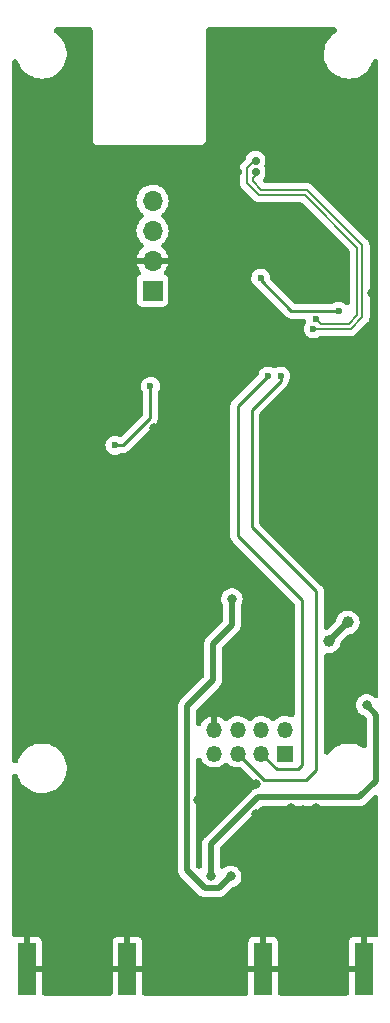
<source format=gbr>
%TF.GenerationSoftware,KiCad,Pcbnew,6.0.7+dfsg-3*%
%TF.CreationDate,2022-09-21T21:46:23+02:00*%
%TF.ProjectId,Adapter_RCB_F9T,41646170-7465-4725-9f52-43425f463954,1*%
%TF.SameCoordinates,Original*%
%TF.FileFunction,Copper,L4,Bot*%
%TF.FilePolarity,Positive*%
%FSLAX46Y46*%
G04 Gerber Fmt 4.6, Leading zero omitted, Abs format (unit mm)*
G04 Created by KiCad (PCBNEW 6.0.7+dfsg-3) date 2022-09-21 21:46:23*
%MOMM*%
%LPD*%
G01*
G04 APERTURE LIST*
%TA.AperFunction,SMDPad,CuDef*%
%ADD10R,1.500000X4.500000*%
%TD*%
%TA.AperFunction,ComponentPad*%
%ADD11R,1.350000X1.350000*%
%TD*%
%TA.AperFunction,ComponentPad*%
%ADD12O,1.350000X1.350000*%
%TD*%
%TA.AperFunction,ComponentPad*%
%ADD13R,1.700000X1.700000*%
%TD*%
%TA.AperFunction,ComponentPad*%
%ADD14O,1.700000X1.700000*%
%TD*%
%TA.AperFunction,ViaPad*%
%ADD15C,0.800000*%
%TD*%
%TA.AperFunction,ViaPad*%
%ADD16C,0.700000*%
%TD*%
%TA.AperFunction,ViaPad*%
%ADD17C,1.000000*%
%TD*%
%TA.AperFunction,ViaPad*%
%ADD18C,0.600000*%
%TD*%
%TA.AperFunction,Conductor*%
%ADD19C,0.500000*%
%TD*%
%TA.AperFunction,Conductor*%
%ADD20C,0.250000*%
%TD*%
%TA.AperFunction,Conductor*%
%ADD21C,0.200000*%
%TD*%
G04 APERTURE END LIST*
D10*
%TO.P,J51,2,Ext*%
%TO.N,GND*%
X55750000Y-117250000D03*
X64250000Y-117250000D03*
%TD*%
%TO.P,J61,2,Ext*%
%TO.N,GND*%
X75750000Y-117250000D03*
X84250000Y-117250000D03*
%TD*%
D11*
%TO.P,J41,1,V_ANT*%
%TO.N,Net-(C41-Pad1)*%
X77600000Y-99000000D03*
D12*
%TO.P,J41,2,VCC*%
%TO.N,Net-(C42-Pad1)*%
X77600000Y-97000000D03*
%TO.P,J41,3,TXD*%
%TO.N,/F9T_TXD*%
X75600000Y-99000000D03*
%TO.P,J41,4,RST*%
%TO.N,Net-(J41-Pad4)*%
X75600000Y-97000000D03*
%TO.P,J41,5,RXD*%
%TO.N,/F9T_RXD*%
X73600000Y-99000000D03*
%TO.P,J41,6,TP1*%
%TO.N,/TP1*%
X73600000Y-97000000D03*
%TO.P,J41,7,TP2*%
%TO.N,/TP2*%
X71600000Y-99000000D03*
%TO.P,J41,8,GND*%
%TO.N,GND*%
X71600000Y-97000000D03*
%TD*%
D13*
%TO.P,J2,1,Pin_1*%
%TO.N,-5V*%
X66375000Y-59800000D03*
D14*
%TO.P,J2,2,Pin_2*%
%TO.N,GND*%
X66375000Y-57260000D03*
%TO.P,J2,3,Pin_3*%
%TO.N,+5V*%
X66375000Y-54720000D03*
%TO.P,J2,4,Pin_4*%
%TO.N,VBUS*%
X66375000Y-52180000D03*
%TD*%
D15*
%TO.N,GND*%
X64100000Y-90100000D03*
D16*
X76200000Y-49750000D03*
D15*
X85000000Y-105000000D03*
X76000000Y-108300000D03*
X64300000Y-94100000D03*
X76300000Y-112700000D03*
X67100000Y-89700000D03*
X60000000Y-50000000D03*
X85000000Y-90000000D03*
X84250000Y-114000000D03*
X59100000Y-105000000D03*
X64300000Y-93100000D03*
X59100000Y-106000000D03*
X58500000Y-119000000D03*
X81500000Y-115000000D03*
X76400000Y-110600000D03*
X81900000Y-113800000D03*
D17*
X64750000Y-76600000D03*
D15*
X60000000Y-85000000D03*
X59100000Y-103900000D03*
X78500000Y-115000000D03*
X70000000Y-115000000D03*
X64300000Y-98100000D03*
X81340000Y-58440500D03*
X81200000Y-105300000D03*
X58200000Y-113900000D03*
X66100000Y-94100000D03*
X76400000Y-109400000D03*
X68100000Y-57250000D03*
X55000000Y-45000000D03*
X62700000Y-102700000D03*
X72500000Y-75000000D03*
D16*
X74200000Y-64800000D03*
X78700000Y-60300000D03*
D15*
X85000000Y-110000000D03*
X70200000Y-102900000D03*
X65000000Y-105000000D03*
X72700000Y-95200000D03*
X59100000Y-114000000D03*
X58200000Y-112100000D03*
X76500000Y-47250000D03*
X55000000Y-70000000D03*
X78300000Y-110000000D03*
X78500000Y-118000000D03*
X65000000Y-89700000D03*
X85000000Y-45000000D03*
X72500000Y-100700000D03*
X82700000Y-108300000D03*
X74575000Y-43050000D03*
X75100000Y-101600000D03*
X79700000Y-111700000D03*
X71600000Y-104000000D03*
X66100000Y-99100000D03*
X61500000Y-118000000D03*
X81300000Y-110000000D03*
X80000000Y-80000000D03*
X69050000Y-91900000D03*
X79700000Y-108300000D03*
X66100000Y-93100000D03*
X78700000Y-108300000D03*
X64300000Y-95100000D03*
X70600000Y-103900000D03*
X55750000Y-114000000D03*
X80300000Y-110000000D03*
X70000000Y-50000000D03*
X81500000Y-119000000D03*
X66100000Y-98100000D03*
X74500000Y-94100000D03*
X58500000Y-115000000D03*
D16*
X77000000Y-62000500D03*
D15*
X60000000Y-40000000D03*
X72700000Y-94100000D03*
X59100000Y-111000000D03*
X83600000Y-108900000D03*
D16*
X77000000Y-63100500D03*
D15*
X59100000Y-107000000D03*
X78950000Y-75800000D03*
X70700000Y-101800000D03*
X59100000Y-108000000D03*
X77700000Y-108300000D03*
X85000000Y-55000000D03*
D16*
X75900000Y-63100500D03*
D15*
X80000000Y-45000000D03*
X65000000Y-80000000D03*
D16*
X75900000Y-62000500D03*
D15*
X59100000Y-112000000D03*
X60900000Y-114000000D03*
X55000000Y-55000000D03*
X81600000Y-93400000D03*
X65000000Y-110000000D03*
X64800000Y-100600000D03*
X60900000Y-111000000D03*
X66500000Y-71450000D03*
X76400000Y-95600000D03*
X59800000Y-103200000D03*
X81040000Y-59840500D03*
X77300000Y-110000000D03*
X64250000Y-114000000D03*
X67100000Y-92400000D03*
X77500000Y-90000000D03*
X55000000Y-105000000D03*
X60900000Y-105000000D03*
X74500000Y-95200000D03*
X55000000Y-85000000D03*
X66100000Y-95100000D03*
X79100000Y-114300000D03*
X66100000Y-96100000D03*
X61200000Y-101800000D03*
X85000000Y-50000000D03*
X80700000Y-111700000D03*
X79100000Y-106600000D03*
X85000000Y-75000000D03*
X81500000Y-117000000D03*
X72500000Y-80000000D03*
X70700000Y-100700000D03*
X81500000Y-118000000D03*
X80900000Y-114200000D03*
X60900000Y-110000000D03*
X55000000Y-90000000D03*
X60000000Y-90000000D03*
D16*
X73650000Y-49750000D03*
D15*
X61900000Y-101100000D03*
X75750000Y-114000000D03*
X79000000Y-113400000D03*
X85000000Y-80000000D03*
X76100000Y-105800000D03*
X81700000Y-111700000D03*
X75100000Y-104100000D03*
X64000000Y-99000000D03*
X80700000Y-108300000D03*
X77100000Y-106700000D03*
D16*
X78700000Y-64800000D03*
D15*
X62600000Y-100400000D03*
X77000000Y-113300000D03*
X83600000Y-111100000D03*
X63400000Y-102000000D03*
D16*
X74200000Y-60300000D03*
D15*
X79100000Y-103800000D03*
X80000000Y-55000000D03*
X72500000Y-70000000D03*
X66100000Y-92150000D03*
X77700000Y-111700000D03*
X85000000Y-70000000D03*
X72500000Y-55000000D03*
X65500000Y-99900000D03*
X57900000Y-113000000D03*
X55000000Y-95000000D03*
X76100000Y-104100000D03*
X78500000Y-119000000D03*
X60900000Y-106000000D03*
X60000000Y-80000000D03*
X80000000Y-50000000D03*
X64500000Y-57250000D03*
X81150000Y-65700000D03*
D16*
X76200000Y-48850000D03*
D15*
X84000000Y-110000000D03*
X70000000Y-90200000D03*
X60000000Y-100000000D03*
X64300000Y-96100000D03*
X61500000Y-116000000D03*
X77100000Y-105800000D03*
X65000000Y-85000000D03*
X55000000Y-80000000D03*
X82700000Y-111700000D03*
X79300000Y-110000000D03*
X78700000Y-111700000D03*
X78000000Y-113400000D03*
X64000000Y-91100000D03*
X60950000Y-113000000D03*
X60900000Y-108000000D03*
X64300000Y-97100000D03*
D17*
X63400000Y-71500000D03*
D15*
X61300000Y-104100000D03*
X66100000Y-89900000D03*
X85000000Y-65000000D03*
X60000000Y-45000000D03*
X55000000Y-110000000D03*
X58500000Y-117000000D03*
X69050000Y-90200000D03*
X78100000Y-103600000D03*
X59100000Y-109000000D03*
X60900000Y-109000000D03*
X68100000Y-90200000D03*
X63300000Y-99700000D03*
X55000000Y-60000000D03*
X61500000Y-117000000D03*
X81500000Y-116000000D03*
X55000000Y-75000000D03*
X81120345Y-104192602D03*
X75100000Y-105800000D03*
X76000000Y-111700000D03*
X61500000Y-115000000D03*
X76300000Y-107300000D03*
X58500000Y-118000000D03*
X85000000Y-60000000D03*
X74700000Y-92200000D03*
X78500000Y-116000000D03*
X65000000Y-65000000D03*
X60900000Y-112000000D03*
X80700000Y-107300000D03*
X66100000Y-97100000D03*
X78500000Y-117000000D03*
X74950000Y-93200000D03*
X80200000Y-103600000D03*
X60000000Y-95000000D03*
X80900000Y-106300000D03*
X72500000Y-101800000D03*
X73600000Y-92000000D03*
X70000000Y-91900000D03*
X55000000Y-50000000D03*
X64300000Y-92150000D03*
X65000000Y-50000000D03*
X82300000Y-110000000D03*
X55000000Y-65000000D03*
X60500000Y-102500000D03*
X77100000Y-104100000D03*
X78100000Y-106600000D03*
X60900000Y-107000000D03*
X68100000Y-91900000D03*
X85000000Y-85000000D03*
X64100000Y-101300000D03*
X80000000Y-70000000D03*
X60000000Y-55000000D03*
X81700000Y-108300000D03*
X59100000Y-110000000D03*
X61500000Y-119000000D03*
D16*
X73650000Y-48800000D03*
D15*
X58500000Y-116000000D03*
X82100000Y-112700000D03*
X62000000Y-103400000D03*
D18*
%TO.N,/CP_VIN*%
X66200000Y-67900000D03*
X63200000Y-72900000D03*
%TO.N,/USB_D-*%
X80240000Y-62220500D03*
D16*
X75100000Y-48800000D03*
%TO.N,/USB_D+*%
X75100000Y-49750000D03*
D18*
X79990000Y-63040500D03*
%TO.N,/VDD*%
X82140000Y-61540500D03*
X75540000Y-58740500D03*
D17*
%TO.N,Net-(C42-Pad1)*%
X81300000Y-89500000D03*
X82900000Y-87900000D03*
D18*
%TO.N,/F9T_TXD*%
X76140000Y-67040500D03*
%TO.N,/F9T_RXD*%
X77240000Y-67040500D03*
D15*
%TO.N,-5V*%
X73100000Y-85900000D03*
X73000000Y-109400000D03*
%TO.N,+5VA*%
X84500000Y-94900000D03*
X71300000Y-109400000D03*
%TD*%
D19*
%TO.N,-5V*%
X73100000Y-85900000D02*
X73100000Y-88100000D01*
X69300000Y-108900000D02*
X70800000Y-110400000D01*
X73100000Y-88100000D02*
X71500000Y-89700000D01*
X71500000Y-89700000D02*
X71500000Y-92800000D01*
X70800000Y-110400000D02*
X72000000Y-110400000D01*
X72000000Y-110400000D02*
X73000000Y-109400000D01*
X71500000Y-92800000D02*
X69300000Y-95000000D01*
X69300000Y-95000000D02*
X69300000Y-108900000D01*
D20*
%TO.N,/CP_VIN*%
X63200000Y-72900000D02*
X63900000Y-72900000D01*
X66200000Y-70600000D02*
X66200000Y-67900000D01*
X63900000Y-72900000D02*
X66200000Y-70600000D01*
D21*
%TO.N,/USB_D-*%
X83700000Y-61861367D02*
X83700000Y-56168200D01*
X79256800Y-51725000D02*
X75393056Y-51725000D01*
X74400000Y-50731944D02*
X74400000Y-49405761D01*
X80609999Y-62590499D02*
X82970868Y-62590499D01*
X83700000Y-56168200D02*
X79256800Y-51725000D01*
X74400000Y-49405761D02*
X75005761Y-48800000D01*
X75005761Y-48800000D02*
X75100000Y-48800000D01*
X75393056Y-51725000D02*
X74400000Y-50731944D01*
X80240000Y-62220500D02*
X80609999Y-62590499D01*
X82970868Y-62590499D02*
X83700000Y-61861367D01*
%TO.N,/USB_D+*%
X84150000Y-55981800D02*
X79443200Y-51275000D01*
X83157267Y-63040500D02*
X84150000Y-62047767D01*
X75579456Y-51275000D02*
X74850000Y-50545544D01*
X74850000Y-50250000D02*
X75100000Y-50000000D01*
X74850000Y-50545544D02*
X74850000Y-50250000D01*
X79443200Y-51275000D02*
X75579456Y-51275000D01*
X79990000Y-63040500D02*
X83157267Y-63040500D01*
X84150000Y-62047767D02*
X84150000Y-55981800D01*
X75100000Y-50000000D02*
X75100000Y-49750000D01*
D20*
%TO.N,/VDD*%
X78140500Y-61540500D02*
X75540000Y-58940000D01*
X82140000Y-61540500D02*
X78140500Y-61540500D01*
X75540000Y-58940000D02*
X75540000Y-58740500D01*
D19*
%TO.N,Net-(C42-Pad1)*%
X81300000Y-89500000D02*
X82900000Y-87900000D01*
D20*
%TO.N,/F9T_TXD*%
X76140000Y-67040500D02*
X73600000Y-69580500D01*
X78700000Y-100300000D02*
X76900000Y-100300000D01*
X79025000Y-86025000D02*
X79025000Y-99975000D01*
X73600000Y-69580500D02*
X73600000Y-80600000D01*
X73600000Y-80600000D02*
X79025000Y-86025000D01*
X79025000Y-99975000D02*
X78700000Y-100300000D01*
X76900000Y-100300000D02*
X75600000Y-99000000D01*
%TO.N,/F9T_RXD*%
X80250000Y-85250000D02*
X80250000Y-100350000D01*
X74800000Y-69900000D02*
X74800000Y-79800000D01*
X80250000Y-100350000D02*
X79400000Y-101200000D01*
X79400000Y-101200000D02*
X75800000Y-101200000D01*
X74800000Y-79800000D02*
X80250000Y-85250000D01*
X75800000Y-101200000D02*
X73600000Y-99000000D01*
X77240000Y-67460000D02*
X74800000Y-69900000D01*
X77240000Y-67040500D02*
X77240000Y-67460000D01*
D19*
%TO.N,+5VA*%
X85300000Y-95700000D02*
X85300000Y-101300000D01*
X71300000Y-106697918D02*
X71300000Y-109400000D01*
X84500000Y-94900000D02*
X85300000Y-95700000D01*
X85300000Y-101300000D02*
X83900000Y-102700000D01*
X83900000Y-102700000D02*
X75297918Y-102700000D01*
X75297918Y-102700000D02*
X71300000Y-106697918D01*
%TD*%
%TA.AperFunction,Conductor*%
%TO.N,GND*%
G36*
X61145788Y-37519454D02*
G01*
X61226570Y-37573430D01*
X61280546Y-37654212D01*
X61299500Y-37749500D01*
X61299500Y-46991166D01*
X61299495Y-46992687D01*
X61299195Y-47041822D01*
X61299031Y-47068624D01*
X61303906Y-47085681D01*
X61303907Y-47085687D01*
X61304687Y-47088416D01*
X61311758Y-47121539D01*
X61312162Y-47124358D01*
X61314677Y-47141918D01*
X61322016Y-47158059D01*
X61322553Y-47159897D01*
X61332771Y-47187667D01*
X61333554Y-47189416D01*
X61338428Y-47206471D01*
X61349413Y-47223881D01*
X61365494Y-47253685D01*
X61374016Y-47272428D01*
X61385598Y-47285869D01*
X61386628Y-47287480D01*
X61404219Y-47311254D01*
X61405464Y-47312716D01*
X61414930Y-47327720D01*
X61430366Y-47341352D01*
X61454161Y-47365440D01*
X61467600Y-47381037D01*
X61482489Y-47390687D01*
X61483928Y-47391943D01*
X61507488Y-47409827D01*
X61509093Y-47410881D01*
X61522388Y-47422623D01*
X61540189Y-47430981D01*
X61541024Y-47431373D01*
X61570621Y-47447813D01*
X61573014Y-47449364D01*
X61573018Y-47449366D01*
X61587905Y-47459015D01*
X61604903Y-47464098D01*
X61606642Y-47464902D01*
X61634272Y-47475453D01*
X61636103Y-47476013D01*
X61652163Y-47483553D01*
X61672513Y-47486722D01*
X61705538Y-47494195D01*
X61708266Y-47495011D01*
X61708268Y-47495011D01*
X61725261Y-47500093D01*
X61742996Y-47500202D01*
X61742999Y-47500202D01*
X61751289Y-47500252D01*
X61758510Y-47500296D01*
X61758524Y-47500297D01*
X61759748Y-47500304D01*
X61759748Y-47500344D01*
X61760090Y-47500357D01*
X61761009Y-47500500D01*
X61791166Y-47500500D01*
X61792687Y-47500505D01*
X61864023Y-47500941D01*
X61864025Y-47500941D01*
X61868624Y-47500969D01*
X61870194Y-47500520D01*
X61870490Y-47500500D01*
X70391166Y-47500500D01*
X70392687Y-47500505D01*
X70450883Y-47500861D01*
X70450886Y-47500861D01*
X70468624Y-47500969D01*
X70485681Y-47496094D01*
X70485687Y-47496093D01*
X70488416Y-47495313D01*
X70521539Y-47488242D01*
X70524358Y-47487838D01*
X70524361Y-47487837D01*
X70541918Y-47485323D01*
X70558059Y-47477984D01*
X70559897Y-47477447D01*
X70587667Y-47467229D01*
X70589416Y-47466446D01*
X70606471Y-47461572D01*
X70623886Y-47450584D01*
X70653685Y-47434506D01*
X70672428Y-47425984D01*
X70685869Y-47414402D01*
X70687480Y-47413372D01*
X70711254Y-47395781D01*
X70712716Y-47394536D01*
X70727720Y-47385070D01*
X70741352Y-47369634D01*
X70765440Y-47345839D01*
X70781037Y-47332400D01*
X70790687Y-47317511D01*
X70791943Y-47316072D01*
X70809827Y-47292512D01*
X70810881Y-47290907D01*
X70822623Y-47277612D01*
X70831373Y-47258976D01*
X70847813Y-47229379D01*
X70849364Y-47226986D01*
X70849366Y-47226982D01*
X70859015Y-47212095D01*
X70864098Y-47195097D01*
X70864902Y-47193358D01*
X70875453Y-47165728D01*
X70876013Y-47163897D01*
X70883553Y-47147837D01*
X70886722Y-47127487D01*
X70894195Y-47094462D01*
X70895011Y-47091734D01*
X70895011Y-47091732D01*
X70900093Y-47074739D01*
X70900304Y-47040252D01*
X70900344Y-47040252D01*
X70900357Y-47039910D01*
X70900500Y-47038991D01*
X70900500Y-47008834D01*
X70900505Y-47007313D01*
X70900941Y-46935977D01*
X70900941Y-46935975D01*
X70900969Y-46931376D01*
X70900520Y-46929806D01*
X70900500Y-46929510D01*
X70900500Y-37749500D01*
X70919454Y-37654212D01*
X70973430Y-37573430D01*
X71054212Y-37519454D01*
X71149500Y-37500500D01*
X81760317Y-37500500D01*
X81855605Y-37519454D01*
X81936387Y-37573430D01*
X81990363Y-37654212D01*
X82009317Y-37749500D01*
X81990363Y-37844788D01*
X81936387Y-37925570D01*
X81903494Y-37953219D01*
X81675024Y-38113791D01*
X81465224Y-38308749D01*
X81459850Y-38315315D01*
X81289194Y-38523814D01*
X81289189Y-38523821D01*
X81283823Y-38530377D01*
X81134180Y-38774573D01*
X81019062Y-39036818D01*
X81016742Y-39044961D01*
X81016741Y-39044965D01*
X81010814Y-39065773D01*
X80940600Y-39312261D01*
X80900246Y-39595804D01*
X80898747Y-39882200D01*
X80936129Y-40166149D01*
X81011702Y-40442398D01*
X81124068Y-40705835D01*
X81128422Y-40713110D01*
X81128423Y-40713112D01*
X81140116Y-40732650D01*
X81271146Y-40951585D01*
X81450215Y-41175100D01*
X81657962Y-41372245D01*
X81890543Y-41539371D01*
X82143653Y-41673386D01*
X82412610Y-41771810D01*
X82420883Y-41773614D01*
X82420887Y-41773615D01*
X82684147Y-41831015D01*
X82684151Y-41831016D01*
X82692436Y-41832822D01*
X82700887Y-41833487D01*
X82700893Y-41833488D01*
X82800698Y-41841343D01*
X82917053Y-41850500D01*
X83071992Y-41850500D01*
X83196517Y-41842011D01*
X83277278Y-41836505D01*
X83277283Y-41836504D01*
X83285737Y-41835928D01*
X83294031Y-41834210D01*
X83294034Y-41834210D01*
X83557890Y-41779568D01*
X83566186Y-41777850D01*
X83836158Y-41682248D01*
X83843679Y-41678366D01*
X83843684Y-41678364D01*
X83955411Y-41620697D01*
X84090658Y-41550891D01*
X84324976Y-41386209D01*
X84534776Y-41191251D01*
X84578855Y-41137397D01*
X84710806Y-40976186D01*
X84710811Y-40976179D01*
X84716177Y-40969623D01*
X84865820Y-40725427D01*
X84980938Y-40463182D01*
X84986859Y-40442398D01*
X85011026Y-40357557D01*
X85055360Y-40271107D01*
X85129402Y-40208204D01*
X85221880Y-40178423D01*
X85318716Y-40186299D01*
X85405166Y-40230633D01*
X85468069Y-40304675D01*
X85497850Y-40397153D01*
X85499500Y-40425773D01*
X85499500Y-94024410D01*
X85480546Y-94119698D01*
X85426570Y-94200480D01*
X85345788Y-94254456D01*
X85250500Y-94273410D01*
X85155212Y-94254456D01*
X85104142Y-94225855D01*
X84963292Y-94123522D01*
X84963287Y-94123519D01*
X84952730Y-94115849D01*
X84940811Y-94110542D01*
X84940807Y-94110540D01*
X84873993Y-94080793D01*
X84779803Y-94038856D01*
X84594646Y-93999500D01*
X84405354Y-93999500D01*
X84220197Y-94038856D01*
X84126007Y-94080793D01*
X84059193Y-94110540D01*
X84059189Y-94110542D01*
X84047270Y-94115849D01*
X84036716Y-94123517D01*
X84036714Y-94123518D01*
X83904681Y-94219445D01*
X83904678Y-94219448D01*
X83894129Y-94227112D01*
X83885403Y-94236803D01*
X83885401Y-94236805D01*
X83776201Y-94358083D01*
X83776197Y-94358088D01*
X83767467Y-94367784D01*
X83672821Y-94531716D01*
X83668788Y-94544129D01*
X83627775Y-94670354D01*
X83614326Y-94711744D01*
X83594540Y-94900000D01*
X83614326Y-95088256D01*
X83672821Y-95268284D01*
X83767467Y-95432216D01*
X83776197Y-95441912D01*
X83776201Y-95441917D01*
X83885401Y-95563195D01*
X83894129Y-95572888D01*
X83904678Y-95580552D01*
X83904681Y-95580555D01*
X84036714Y-95676482D01*
X84047270Y-95684151D01*
X84059189Y-95689458D01*
X84059193Y-95689460D01*
X84126007Y-95719207D01*
X84220197Y-95761144D01*
X84232962Y-95763857D01*
X84232961Y-95763857D01*
X84249112Y-95767290D01*
X84338377Y-95805642D01*
X84373411Y-95834779D01*
X84476570Y-95937938D01*
X84530546Y-96018720D01*
X84549500Y-96114008D01*
X84549500Y-98291288D01*
X84530546Y-98386576D01*
X84476570Y-98467358D01*
X84395788Y-98521334D01*
X84300500Y-98540288D01*
X84205212Y-98521334D01*
X84155199Y-98493497D01*
X84116345Y-98465577D01*
X84116330Y-98465567D01*
X84109457Y-98460629D01*
X83856347Y-98326614D01*
X83587390Y-98228190D01*
X83579117Y-98226386D01*
X83579113Y-98226385D01*
X83315853Y-98168985D01*
X83315849Y-98168984D01*
X83307564Y-98167178D01*
X83299113Y-98166513D01*
X83299107Y-98166512D01*
X83199302Y-98158657D01*
X83082947Y-98149500D01*
X82928008Y-98149500D01*
X82803483Y-98157989D01*
X82722722Y-98163495D01*
X82722717Y-98163496D01*
X82714263Y-98164072D01*
X82705969Y-98165790D01*
X82705966Y-98165790D01*
X82492161Y-98210067D01*
X82433814Y-98222150D01*
X82163842Y-98317752D01*
X82156321Y-98321634D01*
X82156316Y-98321636D01*
X82087734Y-98357034D01*
X81909342Y-98449109D01*
X81746001Y-98563908D01*
X81689371Y-98603708D01*
X81675024Y-98613791D01*
X81465224Y-98808749D01*
X81333981Y-98969097D01*
X81317186Y-98989616D01*
X81242165Y-99051349D01*
X81149231Y-99079673D01*
X81052531Y-99070277D01*
X80966788Y-99024590D01*
X80905055Y-98949569D01*
X80876731Y-98856635D01*
X80875500Y-98831904D01*
X80875500Y-90737468D01*
X80894454Y-90642180D01*
X80948430Y-90561398D01*
X81029212Y-90507422D01*
X81124500Y-90488468D01*
X81153984Y-90490220D01*
X81278946Y-90505121D01*
X81291085Y-90504187D01*
X81291087Y-90504187D01*
X81345874Y-90499971D01*
X81474576Y-90490068D01*
X81594488Y-90456587D01*
X81651824Y-90440579D01*
X81651827Y-90440578D01*
X81663556Y-90437303D01*
X81838689Y-90348837D01*
X81993303Y-90228040D01*
X82121509Y-90079511D01*
X82160505Y-90010867D01*
X82212408Y-89919501D01*
X82212408Y-89919500D01*
X82218425Y-89908909D01*
X82280358Y-89722732D01*
X82290165Y-89645097D01*
X82320912Y-89552936D01*
X82361133Y-89500234D01*
X82897561Y-88963807D01*
X82978342Y-88909831D01*
X83054523Y-88891611D01*
X83054965Y-88891577D01*
X83074576Y-88890068D01*
X83194488Y-88856587D01*
X83251824Y-88840579D01*
X83251827Y-88840578D01*
X83263556Y-88837303D01*
X83438689Y-88748837D01*
X83593303Y-88628040D01*
X83721509Y-88479511D01*
X83791386Y-88356507D01*
X83812408Y-88319501D01*
X83812408Y-88319500D01*
X83818425Y-88308909D01*
X83880358Y-88122732D01*
X83904949Y-87928071D01*
X83905341Y-87900000D01*
X83886194Y-87704728D01*
X83880538Y-87685992D01*
X83833003Y-87528549D01*
X83833002Y-87528547D01*
X83829484Y-87516894D01*
X83816931Y-87493285D01*
X83743087Y-87354404D01*
X83743084Y-87354400D01*
X83737370Y-87343653D01*
X83613361Y-87191602D01*
X83462180Y-87066535D01*
X83289585Y-86973213D01*
X83261196Y-86964425D01*
X83113791Y-86918796D01*
X83113792Y-86918796D01*
X83102152Y-86915193D01*
X82944254Y-86898597D01*
X82919131Y-86895956D01*
X82919130Y-86895956D01*
X82907019Y-86894683D01*
X82711618Y-86912466D01*
X82699942Y-86915902D01*
X82699939Y-86915903D01*
X82535076Y-86964425D01*
X82535072Y-86964427D01*
X82523393Y-86967864D01*
X82349512Y-87058767D01*
X82340025Y-87066395D01*
X82340023Y-87066396D01*
X82206088Y-87174082D01*
X82206085Y-87174085D01*
X82196600Y-87181711D01*
X82188778Y-87191034D01*
X82188775Y-87191036D01*
X82118214Y-87275128D01*
X82070480Y-87332016D01*
X81975956Y-87503954D01*
X81968154Y-87528549D01*
X81920312Y-87679363D01*
X81920311Y-87679368D01*
X81916628Y-87690978D01*
X81915270Y-87703086D01*
X81909794Y-87751903D01*
X81880336Y-87844484D01*
X81838416Y-87900216D01*
X81301370Y-88437262D01*
X81220588Y-88491238D01*
X81147930Y-88509161D01*
X81147123Y-88509235D01*
X81050511Y-88499018D01*
X80965159Y-88452606D01*
X80904065Y-88377064D01*
X80876530Y-88283892D01*
X80875500Y-88261265D01*
X80875500Y-85323199D01*
X80875748Y-85317946D01*
X80877673Y-85309333D01*
X80875623Y-85244100D01*
X80875500Y-85236279D01*
X80875500Y-85210650D01*
X80874519Y-85202887D01*
X80874383Y-85200726D01*
X80874014Y-85192905D01*
X80873201Y-85167037D01*
X80872709Y-85151373D01*
X80868336Y-85136322D01*
X80866909Y-85127310D01*
X80864892Y-85117570D01*
X80862628Y-85108752D01*
X80860664Y-85093208D01*
X80846756Y-85058082D01*
X80839160Y-85035894D01*
X80832991Y-85014659D01*
X80832988Y-85014652D01*
X80828618Y-84999610D01*
X80820642Y-84986124D01*
X80817017Y-84977747D01*
X80812641Y-84968815D01*
X80808251Y-84960830D01*
X80802486Y-84946268D01*
X80780275Y-84915697D01*
X80767399Y-84896094D01*
X80756142Y-84877060D01*
X80748170Y-84863580D01*
X80737099Y-84852509D01*
X80731519Y-84845315D01*
X80725048Y-84837739D01*
X80718805Y-84831091D01*
X80709594Y-84818413D01*
X80680491Y-84794337D01*
X80663139Y-84778549D01*
X75498430Y-79613839D01*
X75444454Y-79533057D01*
X75425500Y-79437769D01*
X75425500Y-70262230D01*
X75444454Y-70166942D01*
X75498430Y-70086160D01*
X77630546Y-67954045D01*
X77634426Y-67950515D01*
X77641877Y-67945786D01*
X77686529Y-67898237D01*
X77691971Y-67892620D01*
X77710120Y-67874471D01*
X77714907Y-67868299D01*
X77716376Y-67866633D01*
X77721622Y-67860867D01*
X77750062Y-67830582D01*
X77757608Y-67816855D01*
X77762969Y-67809477D01*
X77768417Y-67801183D01*
X77773068Y-67793318D01*
X77782673Y-67780936D01*
X77797680Y-67746257D01*
X77807995Y-67725202D01*
X77818650Y-67705820D01*
X77826197Y-67692092D01*
X77830093Y-67676917D01*
X77833442Y-67668459D01*
X77836675Y-67659016D01*
X77839214Y-67650276D01*
X77845437Y-67635896D01*
X77849429Y-67610691D01*
X77887966Y-67511850D01*
X77948779Y-67420319D01*
X77948782Y-67420312D01*
X77956483Y-67408722D01*
X78020257Y-67240836D01*
X78037185Y-67120390D01*
X78044163Y-67070736D01*
X78044163Y-67070733D01*
X78045251Y-67062993D01*
X78045565Y-67040500D01*
X78025546Y-66862028D01*
X77966485Y-66692427D01*
X77871316Y-66540125D01*
X77744770Y-66412693D01*
X77712816Y-66392414D01*
X77604886Y-66323920D01*
X77593136Y-66316463D01*
X77580024Y-66311794D01*
X77580022Y-66311793D01*
X77530720Y-66294238D01*
X77423951Y-66256219D01*
X77410128Y-66254571D01*
X77410125Y-66254570D01*
X77320098Y-66243835D01*
X77245624Y-66234955D01*
X77231780Y-66236410D01*
X77231777Y-66236410D01*
X77143035Y-66245737D01*
X77067017Y-66253727D01*
X77053840Y-66258213D01*
X77053839Y-66258213D01*
X76910184Y-66307117D01*
X76910183Y-66307118D01*
X76897007Y-66311603D01*
X76885150Y-66318897D01*
X76885151Y-66318897D01*
X76820569Y-66358628D01*
X76729477Y-66392414D01*
X76632391Y-66388769D01*
X76556675Y-66356786D01*
X76504886Y-66323920D01*
X76493136Y-66316463D01*
X76480024Y-66311794D01*
X76480022Y-66311793D01*
X76430720Y-66294238D01*
X76323951Y-66256219D01*
X76310128Y-66254571D01*
X76310125Y-66254570D01*
X76220098Y-66243835D01*
X76145624Y-66234955D01*
X76131780Y-66236410D01*
X76131777Y-66236410D01*
X76043035Y-66245737D01*
X75967017Y-66253727D01*
X75953840Y-66258213D01*
X75953839Y-66258213D01*
X75810184Y-66307117D01*
X75810183Y-66307118D01*
X75797007Y-66311603D01*
X75785150Y-66318897D01*
X75785151Y-66318897D01*
X75655897Y-66398414D01*
X75655893Y-66398417D01*
X75644045Y-66405706D01*
X75515732Y-66531359D01*
X75418446Y-66682317D01*
X75357022Y-66851078D01*
X75355011Y-66866998D01*
X75354124Y-66869656D01*
X75352003Y-66878424D01*
X75351259Y-66878244D01*
X75324267Y-66959157D01*
X75284044Y-67011865D01*
X73209454Y-69086455D01*
X73205574Y-69089985D01*
X73198123Y-69094714D01*
X73187397Y-69106136D01*
X73153471Y-69142263D01*
X73148029Y-69147880D01*
X73129880Y-69166029D01*
X73125093Y-69172201D01*
X73123624Y-69173867D01*
X73118378Y-69179633D01*
X73089938Y-69209918D01*
X73082392Y-69223645D01*
X73077031Y-69231023D01*
X73071584Y-69239316D01*
X73066933Y-69247180D01*
X73057327Y-69259564D01*
X73051102Y-69273949D01*
X73042318Y-69294246D01*
X73032006Y-69315297D01*
X73013803Y-69348408D01*
X73009906Y-69363585D01*
X73006547Y-69372069D01*
X73003324Y-69381483D01*
X73000783Y-69390227D01*
X72994562Y-69404604D01*
X72992112Y-69420074D01*
X72992111Y-69420077D01*
X72988652Y-69441919D01*
X72983893Y-69464898D01*
X72974500Y-69501481D01*
X72974500Y-69517149D01*
X72973357Y-69526196D01*
X72972576Y-69536127D01*
X72972290Y-69545226D01*
X72969840Y-69560696D01*
X72971314Y-69576288D01*
X72973395Y-69598302D01*
X72974500Y-69621736D01*
X72974500Y-80526801D01*
X72974252Y-80532054D01*
X72972327Y-80540667D01*
X72972819Y-80556325D01*
X72972819Y-80556326D01*
X72974377Y-80605900D01*
X72974500Y-80613721D01*
X72974500Y-80639350D01*
X72975481Y-80647113D01*
X72975617Y-80649274D01*
X72975986Y-80657095D01*
X72977291Y-80698627D01*
X72981664Y-80713678D01*
X72983091Y-80722690D01*
X72985108Y-80732430D01*
X72987372Y-80741248D01*
X72989336Y-80756792D01*
X73003241Y-80791910D01*
X73010840Y-80814106D01*
X73017009Y-80835341D01*
X73017012Y-80835348D01*
X73021382Y-80850390D01*
X73029358Y-80863876D01*
X73032983Y-80872253D01*
X73037359Y-80881185D01*
X73041749Y-80889170D01*
X73047514Y-80903732D01*
X73056718Y-80916401D01*
X73056719Y-80916402D01*
X73069725Y-80934303D01*
X73082601Y-80953906D01*
X73101830Y-80986420D01*
X73112901Y-80997491D01*
X73118481Y-81004685D01*
X73124952Y-81012261D01*
X73131195Y-81018909D01*
X73140406Y-81031587D01*
X73152480Y-81041575D01*
X73169509Y-81055663D01*
X73186861Y-81071451D01*
X78326570Y-86211160D01*
X78380546Y-86291942D01*
X78399500Y-86387230D01*
X78399500Y-95685853D01*
X78380546Y-95781141D01*
X78326570Y-95861923D01*
X78245788Y-95915899D01*
X78150500Y-95934853D01*
X78058232Y-95917127D01*
X77945890Y-95872307D01*
X77945881Y-95872304D01*
X77935290Y-95868079D01*
X77723400Y-95825931D01*
X77605368Y-95824386D01*
X77518788Y-95823252D01*
X77518784Y-95823252D01*
X77507376Y-95823103D01*
X77496128Y-95825036D01*
X77496125Y-95825036D01*
X77305704Y-95857757D01*
X77294455Y-95859690D01*
X77283753Y-95863638D01*
X77283750Y-95863639D01*
X77102475Y-95930515D01*
X77102473Y-95930516D01*
X77091766Y-95934466D01*
X77081958Y-95940301D01*
X77081956Y-95940302D01*
X76915907Y-96039090D01*
X76915905Y-96039092D01*
X76906098Y-96044926D01*
X76762945Y-96170468D01*
X76678810Y-96219043D01*
X76582486Y-96231725D01*
X76488642Y-96206580D01*
X76429750Y-96166104D01*
X76327052Y-96071171D01*
X76318665Y-96063418D01*
X76301922Y-96052854D01*
X76145608Y-95954227D01*
X76145604Y-95954225D01*
X76135952Y-95948135D01*
X75935290Y-95868079D01*
X75723400Y-95825931D01*
X75605368Y-95824386D01*
X75518788Y-95823252D01*
X75518784Y-95823252D01*
X75507376Y-95823103D01*
X75496128Y-95825036D01*
X75496125Y-95825036D01*
X75305704Y-95857757D01*
X75294455Y-95859690D01*
X75283753Y-95863638D01*
X75283750Y-95863639D01*
X75102475Y-95930515D01*
X75102473Y-95930516D01*
X75091766Y-95934466D01*
X75081958Y-95940301D01*
X75081956Y-95940302D01*
X74915907Y-96039090D01*
X74915905Y-96039092D01*
X74906098Y-96044926D01*
X74762945Y-96170468D01*
X74678810Y-96219043D01*
X74582486Y-96231725D01*
X74488642Y-96206580D01*
X74429750Y-96166104D01*
X74327052Y-96071171D01*
X74318665Y-96063418D01*
X74301922Y-96052854D01*
X74145608Y-95954227D01*
X74145604Y-95954225D01*
X74135952Y-95948135D01*
X73935290Y-95868079D01*
X73723400Y-95825931D01*
X73605368Y-95824386D01*
X73518788Y-95823252D01*
X73518784Y-95823252D01*
X73507376Y-95823103D01*
X73496128Y-95825036D01*
X73496125Y-95825036D01*
X73305704Y-95857757D01*
X73294455Y-95859690D01*
X73283753Y-95863638D01*
X73283750Y-95863639D01*
X73102475Y-95930515D01*
X73102473Y-95930516D01*
X73091766Y-95934466D01*
X73081958Y-95940301D01*
X73081956Y-95940302D01*
X72915907Y-96039090D01*
X72915905Y-96039092D01*
X72906098Y-96044926D01*
X72897516Y-96052452D01*
X72897515Y-96052453D01*
X72762570Y-96170797D01*
X72678432Y-96219375D01*
X72582108Y-96232056D01*
X72488263Y-96206910D01*
X72429372Y-96166436D01*
X72326740Y-96071564D01*
X72308701Y-96057722D01*
X72145382Y-95954676D01*
X72125116Y-95944350D01*
X71945751Y-95872790D01*
X71923958Y-95866334D01*
X71874051Y-95856407D01*
X71853196Y-95856407D01*
X71850000Y-95864123D01*
X71850000Y-97001000D01*
X71831046Y-97096288D01*
X71777070Y-97177070D01*
X71696288Y-97231046D01*
X71601000Y-97250000D01*
X71599000Y-97250000D01*
X71503712Y-97231046D01*
X71422930Y-97177070D01*
X71368954Y-97096288D01*
X71350000Y-97001000D01*
X71350000Y-95875180D01*
X71345931Y-95854722D01*
X71336841Y-95852914D01*
X71305843Y-95858241D01*
X71283872Y-95864127D01*
X71102691Y-95930968D01*
X71082172Y-95940755D01*
X70916199Y-96039498D01*
X70897816Y-96052854D01*
X70752612Y-96180195D01*
X70736968Y-96196682D01*
X70617410Y-96348339D01*
X70605023Y-96367414D01*
X70519862Y-96529279D01*
X70458721Y-96604783D01*
X70373340Y-96651142D01*
X70276717Y-96661298D01*
X70183563Y-96633704D01*
X70108059Y-96572563D01*
X70061700Y-96487182D01*
X70050500Y-96413342D01*
X70050500Y-95414007D01*
X70069454Y-95318719D01*
X70123430Y-95237937D01*
X71977118Y-93384249D01*
X72000399Y-93364243D01*
X72003669Y-93361194D01*
X72015324Y-93352617D01*
X72045893Y-93316635D01*
X72051788Y-93310240D01*
X72051753Y-93310209D01*
X72056565Y-93304803D01*
X72061671Y-93299697D01*
X72077781Y-93279335D01*
X72083294Y-93272611D01*
X72119266Y-93230270D01*
X72119268Y-93230268D01*
X72128632Y-93219245D01*
X72134657Y-93207446D01*
X72142881Y-93197051D01*
X72172551Y-93133568D01*
X72176357Y-93125782D01*
X72178126Y-93122318D01*
X72208219Y-93063384D01*
X72211368Y-93050514D01*
X72216980Y-93038507D01*
X72231248Y-92969914D01*
X72233163Y-92961449D01*
X72247178Y-92904176D01*
X72247180Y-92904162D01*
X72249815Y-92893394D01*
X72250500Y-92882352D01*
X72250500Y-92878475D01*
X72250541Y-92877156D01*
X72252618Y-92867169D01*
X72250591Y-92792263D01*
X72250500Y-92785527D01*
X72250500Y-90114007D01*
X72269454Y-90018719D01*
X72323430Y-89937937D01*
X72945303Y-89316065D01*
X73577121Y-88684247D01*
X73600411Y-88664233D01*
X73603672Y-88661192D01*
X73615324Y-88652617D01*
X73645893Y-88616635D01*
X73651788Y-88610240D01*
X73651753Y-88610209D01*
X73656565Y-88604803D01*
X73661671Y-88599697D01*
X73677781Y-88579335D01*
X73683294Y-88572611D01*
X73719266Y-88530270D01*
X73719268Y-88530268D01*
X73728632Y-88519245D01*
X73734657Y-88507446D01*
X73742881Y-88497051D01*
X73772551Y-88433568D01*
X73776357Y-88425782D01*
X73778126Y-88422318D01*
X73808219Y-88363384D01*
X73811368Y-88350514D01*
X73816980Y-88338507D01*
X73823137Y-88308909D01*
X73831245Y-88269925D01*
X73833163Y-88261449D01*
X73847178Y-88204176D01*
X73847180Y-88204162D01*
X73849815Y-88193394D01*
X73850500Y-88182352D01*
X73850500Y-88178475D01*
X73850541Y-88177156D01*
X73852618Y-88167169D01*
X73850591Y-88092263D01*
X73850500Y-88085527D01*
X73850500Y-86467815D01*
X73869454Y-86372527D01*
X73883854Y-86343325D01*
X73927179Y-86268284D01*
X73985674Y-86088256D01*
X74005460Y-85900000D01*
X73985674Y-85711744D01*
X73961902Y-85638580D01*
X73931212Y-85544129D01*
X73927179Y-85531716D01*
X73832533Y-85367784D01*
X73823803Y-85358088D01*
X73823799Y-85358083D01*
X73714599Y-85236805D01*
X73714597Y-85236803D01*
X73705871Y-85227112D01*
X73695322Y-85219448D01*
X73695319Y-85219445D01*
X73563286Y-85123518D01*
X73563284Y-85123517D01*
X73552730Y-85115849D01*
X73540811Y-85110542D01*
X73540807Y-85110540D01*
X73469165Y-85078643D01*
X73379803Y-85038856D01*
X73194646Y-84999500D01*
X73005354Y-84999500D01*
X72820197Y-85038856D01*
X72730835Y-85078643D01*
X72659193Y-85110540D01*
X72659189Y-85110542D01*
X72647270Y-85115849D01*
X72636716Y-85123517D01*
X72636714Y-85123518D01*
X72504681Y-85219445D01*
X72504678Y-85219448D01*
X72494129Y-85227112D01*
X72485403Y-85236803D01*
X72485401Y-85236805D01*
X72376201Y-85358083D01*
X72376197Y-85358088D01*
X72367467Y-85367784D01*
X72272821Y-85531716D01*
X72268788Y-85544129D01*
X72238099Y-85638580D01*
X72214326Y-85711744D01*
X72194540Y-85900000D01*
X72214326Y-86088256D01*
X72272821Y-86268284D01*
X72316142Y-86343319D01*
X72347370Y-86435314D01*
X72349500Y-86467815D01*
X72349500Y-87685992D01*
X72330546Y-87781280D01*
X72276570Y-87862062D01*
X71022883Y-89115750D01*
X70999579Y-89135777D01*
X70996330Y-89138806D01*
X70984676Y-89147383D01*
X70975311Y-89158407D01*
X70975306Y-89158411D01*
X70954094Y-89183379D01*
X70948212Y-89189759D01*
X70948248Y-89189791D01*
X70943436Y-89195197D01*
X70938330Y-89200303D01*
X70922220Y-89220665D01*
X70916737Y-89227352D01*
X70871368Y-89280755D01*
X70865343Y-89292555D01*
X70857119Y-89302949D01*
X70850992Y-89316058D01*
X70850988Y-89316065D01*
X70827451Y-89366425D01*
X70823635Y-89374232D01*
X70798363Y-89423725D01*
X70791781Y-89436616D01*
X70788631Y-89449490D01*
X70783021Y-89461493D01*
X70780075Y-89475658D01*
X70780074Y-89475660D01*
X70768755Y-89530078D01*
X70766844Y-89538525D01*
X70750185Y-89606606D01*
X70749500Y-89617648D01*
X70749500Y-89621526D01*
X70749459Y-89622845D01*
X70747382Y-89632831D01*
X70747773Y-89647291D01*
X70747773Y-89647294D01*
X70749409Y-89707737D01*
X70749500Y-89714473D01*
X70749500Y-92385993D01*
X70730546Y-92481281D01*
X70676570Y-92562063D01*
X68822883Y-94415750D01*
X68799579Y-94435777D01*
X68796330Y-94438806D01*
X68784676Y-94447383D01*
X68775311Y-94458407D01*
X68775306Y-94458411D01*
X68754094Y-94483379D01*
X68748212Y-94489759D01*
X68748248Y-94489791D01*
X68743436Y-94495197D01*
X68738330Y-94500303D01*
X68722220Y-94520665D01*
X68716737Y-94527352D01*
X68671368Y-94580755D01*
X68665343Y-94592555D01*
X68657119Y-94602949D01*
X68650992Y-94616058D01*
X68650988Y-94616065D01*
X68627451Y-94666425D01*
X68623635Y-94674232D01*
X68604481Y-94711744D01*
X68591781Y-94736616D01*
X68588631Y-94749490D01*
X68583021Y-94761493D01*
X68580075Y-94775658D01*
X68580074Y-94775660D01*
X68568755Y-94830078D01*
X68566844Y-94838525D01*
X68550185Y-94906606D01*
X68549500Y-94917648D01*
X68549500Y-94921526D01*
X68549459Y-94922845D01*
X68547382Y-94932831D01*
X68547773Y-94947291D01*
X68547773Y-94947294D01*
X68549409Y-95007737D01*
X68549500Y-95014473D01*
X68549500Y-108824244D01*
X68547182Y-108854894D01*
X68547027Y-108859332D01*
X68544852Y-108873630D01*
X68546025Y-108888048D01*
X68548680Y-108920695D01*
X68549033Y-108929386D01*
X68549081Y-108929383D01*
X68549500Y-108936596D01*
X68549500Y-108943822D01*
X68550336Y-108950996D01*
X68550337Y-108951006D01*
X68552508Y-108969629D01*
X68553363Y-108978275D01*
X68557710Y-109031716D01*
X68559039Y-109048059D01*
X68563122Y-109060663D01*
X68564657Y-109073828D01*
X68569591Y-109087422D01*
X68569593Y-109087429D01*
X68588565Y-109139697D01*
X68591387Y-109147914D01*
X68612973Y-109214546D01*
X68619848Y-109225875D01*
X68624369Y-109238331D01*
X68662796Y-109296942D01*
X68667413Y-109304261D01*
X68703761Y-109364160D01*
X68711085Y-109372452D01*
X68713797Y-109375164D01*
X68714735Y-109376162D01*
X68720323Y-109384685D01*
X68730830Y-109394638D01*
X68774700Y-109436197D01*
X68779527Y-109440894D01*
X70215750Y-110877117D01*
X70235777Y-110900421D01*
X70238806Y-110903670D01*
X70247383Y-110915324D01*
X70258407Y-110924689D01*
X70258411Y-110924694D01*
X70283379Y-110945906D01*
X70289759Y-110951788D01*
X70289791Y-110951752D01*
X70295197Y-110956564D01*
X70300303Y-110961670D01*
X70320665Y-110977780D01*
X70327352Y-110983263D01*
X70380755Y-111028632D01*
X70392555Y-111034657D01*
X70402949Y-111042881D01*
X70416058Y-111049008D01*
X70416065Y-111049012D01*
X70466425Y-111072549D01*
X70474232Y-111076365D01*
X70523725Y-111101637D01*
X70523728Y-111101638D01*
X70536616Y-111108219D01*
X70549490Y-111111369D01*
X70561493Y-111116979D01*
X70575656Y-111119925D01*
X70630058Y-111131241D01*
X70638530Y-111133158D01*
X70693618Y-111146637D01*
X70706606Y-111149815D01*
X70717648Y-111150500D01*
X70721492Y-111150500D01*
X70722855Y-111150542D01*
X70732830Y-111152617D01*
X70747287Y-111152226D01*
X70747289Y-111152226D01*
X70807714Y-111150591D01*
X70814448Y-111150500D01*
X71924244Y-111150500D01*
X71954894Y-111152818D01*
X71959332Y-111152973D01*
X71973630Y-111155148D01*
X72020695Y-111151320D01*
X72029386Y-111150967D01*
X72029383Y-111150919D01*
X72036596Y-111150500D01*
X72043822Y-111150500D01*
X72050996Y-111149664D01*
X72051006Y-111149663D01*
X72069629Y-111147492D01*
X72078275Y-111146637D01*
X72133642Y-111142134D01*
X72133646Y-111142133D01*
X72148059Y-111140961D01*
X72160663Y-111136878D01*
X72173828Y-111135343D01*
X72187422Y-111130409D01*
X72187429Y-111130407D01*
X72239697Y-111111435D01*
X72247914Y-111108613D01*
X72269447Y-111101637D01*
X72314546Y-111087027D01*
X72325875Y-111080152D01*
X72338331Y-111075631D01*
X72396942Y-111037204D01*
X72404261Y-111032587D01*
X72454675Y-111001995D01*
X72454677Y-111001993D01*
X72464160Y-110996239D01*
X72472452Y-110988915D01*
X72475164Y-110986203D01*
X72476162Y-110985265D01*
X72484685Y-110979677D01*
X72536197Y-110925300D01*
X72540894Y-110920473D01*
X73126588Y-110334779D01*
X73207370Y-110280803D01*
X73250889Y-110267290D01*
X73267036Y-110263858D01*
X73267039Y-110263857D01*
X73279803Y-110261144D01*
X73373993Y-110219207D01*
X73440807Y-110189460D01*
X73440811Y-110189458D01*
X73452730Y-110184151D01*
X73463286Y-110176482D01*
X73595319Y-110080555D01*
X73595322Y-110080552D01*
X73605871Y-110072888D01*
X73614599Y-110063195D01*
X73723799Y-109941917D01*
X73723803Y-109941912D01*
X73732533Y-109932216D01*
X73827179Y-109768284D01*
X73885674Y-109588256D01*
X73905460Y-109400000D01*
X73885674Y-109211744D01*
X73827179Y-109031716D01*
X73732533Y-108867784D01*
X73723803Y-108858088D01*
X73723799Y-108858083D01*
X73614599Y-108736805D01*
X73614597Y-108736803D01*
X73605871Y-108727112D01*
X73595322Y-108719448D01*
X73595319Y-108719445D01*
X73463286Y-108623518D01*
X73463284Y-108623517D01*
X73452730Y-108615849D01*
X73440811Y-108610542D01*
X73440807Y-108610540D01*
X73373993Y-108580793D01*
X73279803Y-108538856D01*
X73094646Y-108499500D01*
X72905354Y-108499500D01*
X72720197Y-108538856D01*
X72626007Y-108580793D01*
X72559193Y-108610540D01*
X72559189Y-108610542D01*
X72547270Y-108615849D01*
X72536713Y-108623519D01*
X72536708Y-108623522D01*
X72445858Y-108689528D01*
X72357628Y-108730203D01*
X72260548Y-108734017D01*
X72169398Y-108700390D01*
X72098055Y-108634441D01*
X72057380Y-108546211D01*
X72050500Y-108488083D01*
X72050500Y-107111925D01*
X72069454Y-107016637D01*
X72123430Y-106935855D01*
X75535856Y-103523430D01*
X75616638Y-103469454D01*
X75711926Y-103450500D01*
X83824244Y-103450500D01*
X83854894Y-103452818D01*
X83859332Y-103452973D01*
X83873630Y-103455148D01*
X83920695Y-103451320D01*
X83929386Y-103450967D01*
X83929383Y-103450919D01*
X83936596Y-103450500D01*
X83943822Y-103450500D01*
X83950996Y-103449664D01*
X83951006Y-103449663D01*
X83969629Y-103447492D01*
X83978275Y-103446637D01*
X84033642Y-103442134D01*
X84033646Y-103442133D01*
X84048059Y-103440961D01*
X84060663Y-103436878D01*
X84073828Y-103435343D01*
X84087422Y-103430409D01*
X84087429Y-103430407D01*
X84139697Y-103411435D01*
X84147914Y-103408613D01*
X84158390Y-103405219D01*
X84214546Y-103387027D01*
X84225875Y-103380152D01*
X84238331Y-103375631D01*
X84296942Y-103337204D01*
X84304261Y-103332587D01*
X84354675Y-103301995D01*
X84354677Y-103301993D01*
X84364160Y-103296239D01*
X84372452Y-103288915D01*
X84375164Y-103286203D01*
X84376162Y-103285265D01*
X84384685Y-103279677D01*
X84436197Y-103225300D01*
X84440894Y-103220473D01*
X85074430Y-102586937D01*
X85155212Y-102532961D01*
X85250500Y-102514007D01*
X85345788Y-102532961D01*
X85426570Y-102586937D01*
X85480546Y-102667719D01*
X85499500Y-102763007D01*
X85499500Y-114293964D01*
X85480546Y-114389252D01*
X85426570Y-114470034D01*
X85345788Y-114524010D01*
X85250500Y-114542964D01*
X85163094Y-114527119D01*
X85123088Y-114512121D01*
X85092955Y-114504956D01*
X85054028Y-114500727D01*
X85040593Y-114500000D01*
X84524527Y-114500000D01*
X84504069Y-114504069D01*
X84500000Y-114524527D01*
X84500000Y-117251000D01*
X84481046Y-117346288D01*
X84427070Y-117427070D01*
X84346288Y-117481046D01*
X84251000Y-117500000D01*
X83024527Y-117500000D01*
X83004069Y-117504069D01*
X83000000Y-117524527D01*
X83000000Y-119250500D01*
X82981046Y-119345788D01*
X82927070Y-119426570D01*
X82846288Y-119480546D01*
X82751000Y-119499500D01*
X77249000Y-119499500D01*
X77153712Y-119480546D01*
X77072930Y-119426570D01*
X77018954Y-119345788D01*
X77000000Y-119250500D01*
X77000000Y-117524527D01*
X76995931Y-117504069D01*
X76975473Y-117500000D01*
X74524527Y-117500000D01*
X74504069Y-117504069D01*
X74500000Y-117524527D01*
X74500000Y-119250500D01*
X74481046Y-119345788D01*
X74427070Y-119426570D01*
X74346288Y-119480546D01*
X74251000Y-119499500D01*
X65749000Y-119499500D01*
X65653712Y-119480546D01*
X65572930Y-119426570D01*
X65518954Y-119345788D01*
X65500000Y-119250500D01*
X65500000Y-117524527D01*
X65495931Y-117504069D01*
X65475473Y-117500000D01*
X63024527Y-117500000D01*
X63004069Y-117504069D01*
X63000000Y-117524527D01*
X63000000Y-119250500D01*
X62981046Y-119345788D01*
X62927070Y-119426570D01*
X62846288Y-119480546D01*
X62751000Y-119499500D01*
X57249000Y-119499500D01*
X57153712Y-119480546D01*
X57072930Y-119426570D01*
X57018954Y-119345788D01*
X57000000Y-119250500D01*
X57000000Y-117524527D01*
X56995931Y-117504069D01*
X56975473Y-117500000D01*
X55749000Y-117500000D01*
X55653712Y-117481046D01*
X55572930Y-117427070D01*
X55518954Y-117346288D01*
X55500000Y-117251000D01*
X55500000Y-116975473D01*
X56000000Y-116975473D01*
X56004069Y-116995931D01*
X56024527Y-117000000D01*
X56975473Y-117000000D01*
X56995931Y-116995931D01*
X57000000Y-116975473D01*
X63000000Y-116975473D01*
X63004069Y-116995931D01*
X63024527Y-117000000D01*
X63975473Y-117000000D01*
X63995931Y-116995931D01*
X64000000Y-116975473D01*
X64500000Y-116975473D01*
X64504069Y-116995931D01*
X64524527Y-117000000D01*
X65475473Y-117000000D01*
X65495931Y-116995931D01*
X65500000Y-116975473D01*
X74500000Y-116975473D01*
X74504069Y-116995931D01*
X74524527Y-117000000D01*
X75475473Y-117000000D01*
X75495931Y-116995931D01*
X75500000Y-116975473D01*
X76000000Y-116975473D01*
X76004069Y-116995931D01*
X76024527Y-117000000D01*
X76975473Y-117000000D01*
X76995931Y-116995931D01*
X77000000Y-116975473D01*
X83000000Y-116975473D01*
X83004069Y-116995931D01*
X83024527Y-117000000D01*
X83975473Y-117000000D01*
X83995931Y-116995931D01*
X84000000Y-116975473D01*
X84000000Y-114524527D01*
X83995931Y-114504069D01*
X83975473Y-114500000D01*
X83459407Y-114500000D01*
X83445972Y-114500727D01*
X83407045Y-114504956D01*
X83376911Y-114512122D01*
X83274027Y-114550691D01*
X83243226Y-114567554D01*
X83157008Y-114632171D01*
X83132171Y-114657008D01*
X83067554Y-114743226D01*
X83050691Y-114774027D01*
X83012122Y-114876911D01*
X83004956Y-114907045D01*
X83000727Y-114945972D01*
X83000000Y-114959407D01*
X83000000Y-116975473D01*
X77000000Y-116975473D01*
X77000000Y-114959407D01*
X76999273Y-114945972D01*
X76995044Y-114907045D01*
X76987878Y-114876911D01*
X76949309Y-114774027D01*
X76932446Y-114743226D01*
X76867829Y-114657008D01*
X76842992Y-114632171D01*
X76756774Y-114567554D01*
X76725973Y-114550691D01*
X76623089Y-114512122D01*
X76592955Y-114504956D01*
X76554028Y-114500727D01*
X76540593Y-114500000D01*
X76024527Y-114500000D01*
X76004069Y-114504069D01*
X76000000Y-114524527D01*
X76000000Y-116975473D01*
X75500000Y-116975473D01*
X75500000Y-114524527D01*
X75495931Y-114504069D01*
X75475473Y-114500000D01*
X74959407Y-114500000D01*
X74945972Y-114500727D01*
X74907045Y-114504956D01*
X74876911Y-114512122D01*
X74774027Y-114550691D01*
X74743226Y-114567554D01*
X74657008Y-114632171D01*
X74632171Y-114657008D01*
X74567554Y-114743226D01*
X74550691Y-114774027D01*
X74512122Y-114876911D01*
X74504956Y-114907045D01*
X74500727Y-114945972D01*
X74500000Y-114959407D01*
X74500000Y-116975473D01*
X65500000Y-116975473D01*
X65500000Y-114959407D01*
X65499273Y-114945972D01*
X65495044Y-114907045D01*
X65487878Y-114876911D01*
X65449309Y-114774027D01*
X65432446Y-114743226D01*
X65367829Y-114657008D01*
X65342992Y-114632171D01*
X65256774Y-114567554D01*
X65225973Y-114550691D01*
X65123089Y-114512122D01*
X65092955Y-114504956D01*
X65054028Y-114500727D01*
X65040593Y-114500000D01*
X64524527Y-114500000D01*
X64504069Y-114504069D01*
X64500000Y-114524527D01*
X64500000Y-116975473D01*
X64000000Y-116975473D01*
X64000000Y-114524527D01*
X63995931Y-114504069D01*
X63975473Y-114500000D01*
X63459407Y-114500000D01*
X63445972Y-114500727D01*
X63407045Y-114504956D01*
X63376911Y-114512122D01*
X63274027Y-114550691D01*
X63243226Y-114567554D01*
X63157008Y-114632171D01*
X63132171Y-114657008D01*
X63067554Y-114743226D01*
X63050691Y-114774027D01*
X63012122Y-114876911D01*
X63004956Y-114907045D01*
X63000727Y-114945972D01*
X63000000Y-114959407D01*
X63000000Y-116975473D01*
X57000000Y-116975473D01*
X57000000Y-114959407D01*
X56999273Y-114945972D01*
X56995044Y-114907045D01*
X56987878Y-114876911D01*
X56949309Y-114774027D01*
X56932446Y-114743226D01*
X56867829Y-114657008D01*
X56842992Y-114632171D01*
X56756774Y-114567554D01*
X56725973Y-114550691D01*
X56623089Y-114512122D01*
X56592955Y-114504956D01*
X56554028Y-114500727D01*
X56540593Y-114500000D01*
X56024527Y-114500000D01*
X56004069Y-114504069D01*
X56000000Y-114524527D01*
X56000000Y-116975473D01*
X55500000Y-116975473D01*
X55500000Y-114524527D01*
X55495931Y-114504069D01*
X55475473Y-114500000D01*
X54959407Y-114500000D01*
X54945972Y-114500727D01*
X54907045Y-114504956D01*
X54876912Y-114512121D01*
X54836906Y-114527119D01*
X54741028Y-114542820D01*
X54646440Y-114520635D01*
X54567542Y-114463941D01*
X54516345Y-114381370D01*
X54500500Y-114293964D01*
X54500500Y-100927585D01*
X54519454Y-100832297D01*
X54573430Y-100751515D01*
X54654212Y-100697539D01*
X54749500Y-100678585D01*
X54844788Y-100697539D01*
X54925570Y-100751515D01*
X54979546Y-100832297D01*
X54989674Y-100861877D01*
X55011702Y-100942398D01*
X55124068Y-101205835D01*
X55128422Y-101213110D01*
X55128423Y-101213112D01*
X55140116Y-101232650D01*
X55271146Y-101451585D01*
X55450215Y-101675100D01*
X55657962Y-101872245D01*
X55890543Y-102039371D01*
X56143653Y-102173386D01*
X56412610Y-102271810D01*
X56420883Y-102273614D01*
X56420887Y-102273615D01*
X56684147Y-102331015D01*
X56684151Y-102331016D01*
X56692436Y-102332822D01*
X56700887Y-102333487D01*
X56700893Y-102333488D01*
X56800698Y-102341343D01*
X56917053Y-102350500D01*
X57071992Y-102350500D01*
X57196517Y-102342011D01*
X57277278Y-102336505D01*
X57277283Y-102336504D01*
X57285737Y-102335928D01*
X57294031Y-102334210D01*
X57294034Y-102334210D01*
X57557890Y-102279568D01*
X57566186Y-102277850D01*
X57836158Y-102182248D01*
X57843679Y-102178366D01*
X57843684Y-102178364D01*
X57999376Y-102098005D01*
X58090658Y-102050891D01*
X58261891Y-101930546D01*
X58318040Y-101891084D01*
X58318043Y-101891082D01*
X58324976Y-101886209D01*
X58387969Y-101827673D01*
X58528558Y-101697029D01*
X58534776Y-101691251D01*
X58671318Y-101524430D01*
X58710806Y-101476186D01*
X58710811Y-101476179D01*
X58716177Y-101469623D01*
X58865820Y-101225427D01*
X58980938Y-100963182D01*
X58984069Y-100952193D01*
X59021770Y-100819839D01*
X59059400Y-100687739D01*
X59099754Y-100404196D01*
X59100934Y-100178700D01*
X59101209Y-100126279D01*
X59101209Y-100126273D01*
X59101253Y-100117800D01*
X59063871Y-99833851D01*
X58988298Y-99557602D01*
X58875932Y-99294165D01*
X58864207Y-99274573D01*
X58733211Y-99055695D01*
X58728854Y-99048415D01*
X58549785Y-98824900D01*
X58342038Y-98627755D01*
X58109457Y-98460629D01*
X57856347Y-98326614D01*
X57587390Y-98228190D01*
X57579117Y-98226386D01*
X57579113Y-98226385D01*
X57315853Y-98168985D01*
X57315849Y-98168984D01*
X57307564Y-98167178D01*
X57299113Y-98166513D01*
X57299107Y-98166512D01*
X57199302Y-98158657D01*
X57082947Y-98149500D01*
X56928008Y-98149500D01*
X56803483Y-98157989D01*
X56722722Y-98163495D01*
X56722717Y-98163496D01*
X56714263Y-98164072D01*
X56705969Y-98165790D01*
X56705966Y-98165790D01*
X56492161Y-98210067D01*
X56433814Y-98222150D01*
X56163842Y-98317752D01*
X56156321Y-98321634D01*
X56156316Y-98321636D01*
X56087734Y-98357034D01*
X55909342Y-98449109D01*
X55746001Y-98563908D01*
X55689371Y-98603708D01*
X55675024Y-98613791D01*
X55465224Y-98808749D01*
X55459850Y-98815315D01*
X55289194Y-99023814D01*
X55289189Y-99023821D01*
X55283823Y-99030377D01*
X55134180Y-99274573D01*
X55019062Y-99536818D01*
X55016742Y-99544961D01*
X55016741Y-99544965D01*
X54988974Y-99642443D01*
X54944640Y-99728893D01*
X54870598Y-99791796D01*
X54778120Y-99821577D01*
X54681284Y-99813701D01*
X54594834Y-99769367D01*
X54531931Y-99695325D01*
X54502150Y-99602847D01*
X54500500Y-99574227D01*
X54500500Y-72888753D01*
X62394514Y-72888753D01*
X62412039Y-73067486D01*
X62468726Y-73237896D01*
X62561759Y-73391512D01*
X62571429Y-73401526D01*
X62571431Y-73401528D01*
X62676842Y-73510684D01*
X62676845Y-73510686D01*
X62686514Y-73520699D01*
X62698161Y-73528321D01*
X62698164Y-73528323D01*
X62825135Y-73611410D01*
X62836789Y-73619036D01*
X62849841Y-73623890D01*
X62849843Y-73623891D01*
X62887556Y-73637916D01*
X63005116Y-73681636D01*
X63018912Y-73683477D01*
X63018913Y-73683477D01*
X63169337Y-73703548D01*
X63169340Y-73703548D01*
X63183130Y-73705388D01*
X63196987Y-73704127D01*
X63196991Y-73704127D01*
X63295054Y-73695203D01*
X63361981Y-73689112D01*
X63375223Y-73684809D01*
X63375225Y-73684809D01*
X63519545Y-73637916D01*
X63532782Y-73633615D01*
X63655239Y-73560617D01*
X63746789Y-73528108D01*
X63782733Y-73525500D01*
X63826801Y-73525500D01*
X63832054Y-73525748D01*
X63840667Y-73527673D01*
X63856325Y-73527181D01*
X63856326Y-73527181D01*
X63905900Y-73525623D01*
X63913721Y-73525500D01*
X63939350Y-73525500D01*
X63947113Y-73524519D01*
X63949274Y-73524383D01*
X63957095Y-73524014D01*
X63973809Y-73523489D01*
X63998627Y-73522709D01*
X64013678Y-73518336D01*
X64022690Y-73516909D01*
X64032430Y-73514892D01*
X64041248Y-73512628D01*
X64056792Y-73510664D01*
X64091918Y-73496756D01*
X64114106Y-73489160D01*
X64135341Y-73482991D01*
X64135348Y-73482988D01*
X64150390Y-73478618D01*
X64163876Y-73470642D01*
X64172253Y-73467017D01*
X64181185Y-73462641D01*
X64189170Y-73458251D01*
X64203732Y-73452486D01*
X64234303Y-73430275D01*
X64253906Y-73417399D01*
X64272940Y-73406142D01*
X64286420Y-73398170D01*
X64297491Y-73387099D01*
X64304685Y-73381519D01*
X64312261Y-73375048D01*
X64318909Y-73368805D01*
X64331587Y-73359594D01*
X64355663Y-73330491D01*
X64371451Y-73313139D01*
X66590546Y-71094045D01*
X66594426Y-71090515D01*
X66601877Y-71085786D01*
X66646529Y-71038237D01*
X66651971Y-71032620D01*
X66670120Y-71014471D01*
X66674907Y-71008299D01*
X66676376Y-71006633D01*
X66681622Y-71000867D01*
X66710062Y-70970582D01*
X66717608Y-70956855D01*
X66722969Y-70949477D01*
X66728417Y-70941183D01*
X66733068Y-70933318D01*
X66742673Y-70920936D01*
X66757680Y-70886257D01*
X66767995Y-70865202D01*
X66778650Y-70845820D01*
X66786197Y-70832092D01*
X66790093Y-70816917D01*
X66793442Y-70808459D01*
X66796675Y-70799016D01*
X66799214Y-70790276D01*
X66805437Y-70775896D01*
X66811345Y-70738594D01*
X66816102Y-70715625D01*
X66821603Y-70694202D01*
X66821604Y-70694191D01*
X66825500Y-70679019D01*
X66825500Y-70663349D01*
X66826642Y-70654308D01*
X66827423Y-70644395D01*
X66827710Y-70635275D01*
X66830160Y-70619804D01*
X66826605Y-70582195D01*
X66825500Y-70558764D01*
X66825500Y-68480340D01*
X66844454Y-68385052D01*
X66867103Y-68342546D01*
X66908778Y-68279819D01*
X66916483Y-68268222D01*
X66980257Y-68100336D01*
X66986821Y-68053634D01*
X67004163Y-67930236D01*
X67004163Y-67930233D01*
X67005251Y-67922493D01*
X67005565Y-67900000D01*
X67004304Y-67888753D01*
X66988321Y-67746271D01*
X66985546Y-67721528D01*
X66926485Y-67551927D01*
X66831316Y-67399625D01*
X66704770Y-67272193D01*
X66655360Y-67240836D01*
X66564886Y-67183420D01*
X66553136Y-67175963D01*
X66540024Y-67171294D01*
X66540022Y-67171293D01*
X66490720Y-67153738D01*
X66383951Y-67115719D01*
X66370128Y-67114071D01*
X66370125Y-67114070D01*
X66280098Y-67103335D01*
X66205624Y-67094455D01*
X66191780Y-67095910D01*
X66191777Y-67095910D01*
X66103035Y-67105237D01*
X66027017Y-67113227D01*
X66013840Y-67117713D01*
X66013839Y-67117713D01*
X65870184Y-67166617D01*
X65870183Y-67166618D01*
X65857007Y-67171103D01*
X65845150Y-67178397D01*
X65845151Y-67178397D01*
X65715897Y-67257914D01*
X65715893Y-67257917D01*
X65704045Y-67265206D01*
X65575732Y-67390859D01*
X65478446Y-67541817D01*
X65417022Y-67710578D01*
X65394514Y-67888753D01*
X65395872Y-67902603D01*
X65395872Y-67902607D01*
X65397822Y-67922493D01*
X65412039Y-68067486D01*
X65416432Y-68080693D01*
X65416433Y-68080696D01*
X65427296Y-68113351D01*
X65468726Y-68237896D01*
X65475937Y-68249803D01*
X65475938Y-68249805D01*
X65538486Y-68353085D01*
X65571635Y-68444410D01*
X65574500Y-68482073D01*
X65574500Y-70237769D01*
X65555546Y-70333057D01*
X65501570Y-70413839D01*
X63801830Y-72113579D01*
X63721048Y-72167555D01*
X63625760Y-72186509D01*
X63542236Y-72172082D01*
X63383951Y-72115719D01*
X63370128Y-72114071D01*
X63370125Y-72114070D01*
X63280098Y-72103335D01*
X63205624Y-72094455D01*
X63191780Y-72095910D01*
X63191777Y-72095910D01*
X63103035Y-72105237D01*
X63027017Y-72113227D01*
X63013840Y-72117713D01*
X63013839Y-72117713D01*
X62870184Y-72166617D01*
X62870183Y-72166618D01*
X62857007Y-72171103D01*
X62845150Y-72178397D01*
X62845151Y-72178397D01*
X62715897Y-72257914D01*
X62715893Y-72257917D01*
X62704045Y-72265206D01*
X62575732Y-72390859D01*
X62478446Y-72541817D01*
X62417022Y-72710578D01*
X62394514Y-72888753D01*
X54500500Y-72888753D01*
X54500500Y-58902623D01*
X65024500Y-58902623D01*
X65024501Y-60697376D01*
X65031149Y-60758580D01*
X65081474Y-60892824D01*
X65167454Y-61007546D01*
X65282176Y-61093526D01*
X65298787Y-61099753D01*
X65401804Y-61138372D01*
X65401805Y-61138372D01*
X65416420Y-61143851D01*
X65477623Y-61150500D01*
X66374400Y-61150500D01*
X67272376Y-61150499D01*
X67333580Y-61143851D01*
X67467824Y-61093526D01*
X67582546Y-61007546D01*
X67668526Y-60892824D01*
X67718851Y-60758580D01*
X67725500Y-60697377D01*
X67725499Y-58902624D01*
X67718851Y-58841420D01*
X67668526Y-58707176D01*
X67582546Y-58592454D01*
X67560404Y-58575859D01*
X67482016Y-58517110D01*
X67482014Y-58517109D01*
X67467824Y-58506474D01*
X67467912Y-58506356D01*
X67403887Y-58452727D01*
X67358951Y-58366588D01*
X67350400Y-58269810D01*
X67379535Y-58177127D01*
X67407196Y-58136652D01*
X67419347Y-58122171D01*
X67542365Y-57946482D01*
X67553195Y-57927725D01*
X67643834Y-57733348D01*
X67651246Y-57712985D01*
X67699288Y-57533691D01*
X67700652Y-57512877D01*
X67696825Y-57510989D01*
X67689311Y-57510000D01*
X65068891Y-57510000D01*
X65048433Y-57514069D01*
X65047600Y-57518257D01*
X65048590Y-57525771D01*
X65098754Y-57712985D01*
X65106166Y-57733348D01*
X65196805Y-57927725D01*
X65207635Y-57946482D01*
X65330653Y-58122171D01*
X65342804Y-58136652D01*
X65389533Y-58221831D01*
X65400109Y-58318409D01*
X65372921Y-58411682D01*
X65312109Y-58487451D01*
X65286822Y-58504732D01*
X65282176Y-58506474D01*
X65267986Y-58517109D01*
X65267984Y-58517110D01*
X65189596Y-58575859D01*
X65167454Y-58592454D01*
X65081474Y-58707176D01*
X65031149Y-58841420D01*
X65024500Y-58902623D01*
X54500500Y-58902623D01*
X54500500Y-54720000D01*
X65019341Y-54720000D01*
X65039937Y-54955408D01*
X65101097Y-55183663D01*
X65200965Y-55397829D01*
X65336505Y-55591401D01*
X65503599Y-55758495D01*
X65512501Y-55764728D01*
X65512503Y-55764730D01*
X65543362Y-55786338D01*
X65610545Y-55856520D01*
X65645757Y-55947069D01*
X65643637Y-56044201D01*
X65604508Y-56133128D01*
X65543361Y-56194274D01*
X65512833Y-56215650D01*
X65496236Y-56229576D01*
X65344576Y-56381236D01*
X65330653Y-56397830D01*
X65207635Y-56573518D01*
X65196805Y-56592275D01*
X65106166Y-56786652D01*
X65098754Y-56807015D01*
X65050712Y-56986309D01*
X65049348Y-57007123D01*
X65053175Y-57009011D01*
X65060689Y-57010000D01*
X67681109Y-57010000D01*
X67701567Y-57005931D01*
X67702400Y-57001743D01*
X67701410Y-56994229D01*
X67651246Y-56807015D01*
X67643834Y-56786652D01*
X67553195Y-56592275D01*
X67542365Y-56573518D01*
X67419347Y-56397830D01*
X67405424Y-56381236D01*
X67253761Y-56229573D01*
X67237175Y-56215656D01*
X67206641Y-56194276D01*
X67139457Y-56124095D01*
X67104243Y-56033546D01*
X67106362Y-55936415D01*
X67145490Y-55847487D01*
X67206638Y-55786338D01*
X67237497Y-55764730D01*
X67237499Y-55764728D01*
X67246401Y-55758495D01*
X67413495Y-55591401D01*
X67549035Y-55397829D01*
X67648903Y-55183663D01*
X67710063Y-54955408D01*
X67730659Y-54720000D01*
X67710063Y-54484592D01*
X67648903Y-54256337D01*
X67549035Y-54042171D01*
X67413495Y-53848599D01*
X67246401Y-53681505D01*
X67237497Y-53675270D01*
X67207075Y-53653968D01*
X67139892Y-53583786D01*
X67104680Y-53493237D01*
X67106800Y-53396105D01*
X67145929Y-53307178D01*
X67207075Y-53246032D01*
X67237497Y-53224730D01*
X67237499Y-53224728D01*
X67246401Y-53218495D01*
X67413495Y-53051401D01*
X67549035Y-52857829D01*
X67648903Y-52643663D01*
X67710063Y-52415408D01*
X67711549Y-52398430D01*
X67729711Y-52190835D01*
X67730659Y-52180000D01*
X67710063Y-51944592D01*
X67648903Y-51716337D01*
X67549035Y-51502171D01*
X67413495Y-51308599D01*
X67246401Y-51141505D01*
X67237503Y-51135275D01*
X67237500Y-51135272D01*
X67061729Y-51012196D01*
X67061728Y-51012195D01*
X67052830Y-51005965D01*
X67042985Y-51001374D01*
X67042983Y-51001373D01*
X66966055Y-50965501D01*
X66838663Y-50906097D01*
X66828165Y-50903284D01*
X66828162Y-50903283D01*
X66713380Y-50872528D01*
X66610408Y-50844937D01*
X66599575Y-50843989D01*
X66599574Y-50843989D01*
X66385835Y-50825289D01*
X66375000Y-50824341D01*
X66364165Y-50825289D01*
X66150426Y-50843989D01*
X66150425Y-50843989D01*
X66139592Y-50844937D01*
X65911337Y-50906097D01*
X65901484Y-50910691D01*
X65901480Y-50910693D01*
X65707027Y-51001369D01*
X65697171Y-51005965D01*
X65688263Y-51012202D01*
X65688262Y-51012203D01*
X65656012Y-51034785D01*
X65503599Y-51141505D01*
X65336505Y-51308599D01*
X65200965Y-51502171D01*
X65101097Y-51716337D01*
X65039937Y-51944592D01*
X65019341Y-52180000D01*
X65020289Y-52190835D01*
X65038452Y-52398430D01*
X65039937Y-52415408D01*
X65101097Y-52643663D01*
X65200965Y-52857829D01*
X65336505Y-53051401D01*
X65503599Y-53218495D01*
X65512501Y-53224728D01*
X65512503Y-53224730D01*
X65542923Y-53246030D01*
X65610108Y-53316211D01*
X65645321Y-53406760D01*
X65643202Y-53503892D01*
X65604074Y-53592819D01*
X65542926Y-53653968D01*
X65503599Y-53681505D01*
X65336505Y-53848599D01*
X65200965Y-54042171D01*
X65101097Y-54256337D01*
X65039937Y-54484592D01*
X65019341Y-54720000D01*
X54500500Y-54720000D01*
X54500500Y-50731944D01*
X73794318Y-50731944D01*
X73796448Y-50748123D01*
X73799500Y-50771305D01*
X73811870Y-50865262D01*
X73814956Y-50888706D01*
X73848360Y-50969349D01*
X73861623Y-51001369D01*
X73875464Y-51034785D01*
X73885399Y-51047733D01*
X73885401Y-51047736D01*
X73952567Y-51135268D01*
X73971718Y-51160226D01*
X73984672Y-51170166D01*
X73990263Y-51174456D01*
X74014752Y-51195931D01*
X74929069Y-52110248D01*
X74950544Y-52134736D01*
X74964774Y-52153282D01*
X74977728Y-52163222D01*
X75077264Y-52239599D01*
X75077267Y-52239601D01*
X75090215Y-52249536D01*
X75105295Y-52255782D01*
X75105296Y-52255783D01*
X75155651Y-52276640D01*
X75236294Y-52310044D01*
X75252471Y-52312174D01*
X75252472Y-52312174D01*
X75376877Y-52328552D01*
X75393056Y-52330682D01*
X75416238Y-52327630D01*
X75448739Y-52325500D01*
X78904925Y-52325500D01*
X79000213Y-52344454D01*
X79080995Y-52398430D01*
X83026570Y-56344005D01*
X83080546Y-56424787D01*
X83099500Y-56520075D01*
X83099500Y-60766489D01*
X83080546Y-60861777D01*
X83026570Y-60942559D01*
X82945788Y-60996535D01*
X82850500Y-61015489D01*
X82755212Y-60996535D01*
X82673818Y-60941944D01*
X82654581Y-60922572D01*
X82654578Y-60922569D01*
X82644770Y-60912693D01*
X82493136Y-60816463D01*
X82480024Y-60811794D01*
X82480022Y-60811793D01*
X82430720Y-60794238D01*
X82323951Y-60756219D01*
X82310128Y-60754571D01*
X82310125Y-60754570D01*
X82220098Y-60743835D01*
X82145624Y-60734955D01*
X82131780Y-60736410D01*
X82131777Y-60736410D01*
X82043035Y-60745737D01*
X81967017Y-60753727D01*
X81953840Y-60758213D01*
X81953839Y-60758213D01*
X81810184Y-60807117D01*
X81810183Y-60807118D01*
X81797007Y-60811603D01*
X81785149Y-60818898D01*
X81785147Y-60818899D01*
X81688949Y-60878080D01*
X81597858Y-60911866D01*
X81558477Y-60915000D01*
X78502731Y-60915000D01*
X78407443Y-60896046D01*
X78326661Y-60842070D01*
X76418281Y-58933690D01*
X76364305Y-58852908D01*
X76345375Y-58754153D01*
X76345456Y-58748336D01*
X76345456Y-58748330D01*
X76345565Y-58740500D01*
X76344304Y-58729253D01*
X76327097Y-58575859D01*
X76325546Y-58562028D01*
X76286360Y-58449500D01*
X76271065Y-58405578D01*
X76271064Y-58405575D01*
X76266485Y-58392427D01*
X76171316Y-58240125D01*
X76044770Y-58112693D01*
X75893136Y-58016463D01*
X75880024Y-58011794D01*
X75880022Y-58011793D01*
X75830720Y-57994238D01*
X75723951Y-57956219D01*
X75710128Y-57954571D01*
X75710125Y-57954570D01*
X75620098Y-57943835D01*
X75545624Y-57934955D01*
X75531780Y-57936410D01*
X75531777Y-57936410D01*
X75443035Y-57945737D01*
X75367017Y-57953727D01*
X75353840Y-57958213D01*
X75353839Y-57958213D01*
X75210184Y-58007117D01*
X75210183Y-58007118D01*
X75197007Y-58011603D01*
X75185150Y-58018897D01*
X75185151Y-58018897D01*
X75055897Y-58098414D01*
X75055893Y-58098417D01*
X75044045Y-58105706D01*
X74915732Y-58231359D01*
X74818446Y-58382317D01*
X74793993Y-58449501D01*
X74770113Y-58515112D01*
X74757022Y-58551078D01*
X74734514Y-58729253D01*
X74752039Y-58907986D01*
X74808726Y-59078396D01*
X74901759Y-59232012D01*
X74911429Y-59242026D01*
X74911431Y-59242028D01*
X75016841Y-59351183D01*
X75016844Y-59351186D01*
X75026514Y-59361199D01*
X75038162Y-59368821D01*
X75149924Y-59441956D01*
X75189651Y-59474241D01*
X76419484Y-60704075D01*
X77646455Y-61931046D01*
X77649985Y-61934926D01*
X77654714Y-61942377D01*
X77666136Y-61953103D01*
X77702263Y-61987029D01*
X77707880Y-61992471D01*
X77726029Y-62010620D01*
X77732201Y-62015407D01*
X77733867Y-62016876D01*
X77739633Y-62022122D01*
X77769918Y-62050562D01*
X77783645Y-62058108D01*
X77791023Y-62063469D01*
X77799317Y-62068917D01*
X77807182Y-62073568D01*
X77819564Y-62083173D01*
X77854243Y-62098180D01*
X77875298Y-62108495D01*
X77908408Y-62126697D01*
X77923583Y-62130593D01*
X77932041Y-62133942D01*
X77941484Y-62137175D01*
X77950224Y-62139714D01*
X77964604Y-62145937D01*
X78000327Y-62151595D01*
X78001906Y-62151845D01*
X78024875Y-62156602D01*
X78046298Y-62162103D01*
X78046309Y-62162104D01*
X78061481Y-62166000D01*
X78077151Y-62166000D01*
X78086192Y-62167142D01*
X78096105Y-62167923D01*
X78105225Y-62168210D01*
X78120696Y-62170660D01*
X78136290Y-62169186D01*
X78136291Y-62169186D01*
X78149650Y-62167923D01*
X78158305Y-62167105D01*
X78181736Y-62166000D01*
X79144491Y-62166000D01*
X79239779Y-62184954D01*
X79320561Y-62238930D01*
X79374537Y-62319712D01*
X79393491Y-62415000D01*
X79374537Y-62510288D01*
X79353792Y-62549885D01*
X79275988Y-62670613D01*
X79275986Y-62670618D01*
X79268446Y-62682317D01*
X79207022Y-62851078D01*
X79184514Y-63029253D01*
X79202039Y-63207986D01*
X79258726Y-63378396D01*
X79351759Y-63532012D01*
X79361429Y-63542026D01*
X79361431Y-63542028D01*
X79466842Y-63651184D01*
X79466845Y-63651186D01*
X79476514Y-63661199D01*
X79488161Y-63668821D01*
X79488164Y-63668823D01*
X79508541Y-63682157D01*
X79626789Y-63759536D01*
X79639841Y-63764390D01*
X79639843Y-63764391D01*
X79677556Y-63778416D01*
X79795116Y-63822136D01*
X79808912Y-63823977D01*
X79808913Y-63823977D01*
X79959337Y-63844048D01*
X79959340Y-63844048D01*
X79973130Y-63845888D01*
X79986987Y-63844627D01*
X79986991Y-63844627D01*
X80085054Y-63835703D01*
X80151981Y-63829612D01*
X80165223Y-63825309D01*
X80165225Y-63825309D01*
X80309545Y-63778416D01*
X80322782Y-63774115D01*
X80477044Y-63682157D01*
X80478043Y-63683833D01*
X80549315Y-63649149D01*
X80612497Y-63641000D01*
X83101584Y-63641000D01*
X83134085Y-63643130D01*
X83157267Y-63646182D01*
X83196628Y-63641000D01*
X83297851Y-63627674D01*
X83297852Y-63627674D01*
X83314029Y-63625544D01*
X83394672Y-63592140D01*
X83445027Y-63571283D01*
X83445028Y-63571282D01*
X83460108Y-63565036D01*
X83473056Y-63555101D01*
X83473059Y-63555099D01*
X83572595Y-63478722D01*
X83585549Y-63468782D01*
X83599788Y-63450225D01*
X83621259Y-63425743D01*
X84535245Y-62511758D01*
X84559732Y-62490283D01*
X84565332Y-62485986D01*
X84578282Y-62476049D01*
X84605944Y-62440000D01*
X84674536Y-62350608D01*
X84735044Y-62204529D01*
X84740117Y-62166000D01*
X84753552Y-62063946D01*
X84755682Y-62047767D01*
X84752630Y-62024585D01*
X84750500Y-61992084D01*
X84750500Y-56037483D01*
X84752630Y-56004982D01*
X84753552Y-55997979D01*
X84755682Y-55981800D01*
X84739189Y-55856520D01*
X84737174Y-55841216D01*
X84737174Y-55841215D01*
X84735044Y-55825038D01*
X84674536Y-55678959D01*
X84647453Y-55643664D01*
X84578282Y-55553518D01*
X84559736Y-55539288D01*
X84535248Y-55517813D01*
X79907187Y-50889752D01*
X79885718Y-50865271D01*
X79871482Y-50846718D01*
X79773202Y-50771305D01*
X79758992Y-50760401D01*
X79758989Y-50760399D01*
X79746041Y-50750464D01*
X79730961Y-50744218D01*
X79730960Y-50744217D01*
X79662270Y-50715765D01*
X79599962Y-50689956D01*
X79583785Y-50687826D01*
X79583784Y-50687826D01*
X79459379Y-50671448D01*
X79443200Y-50669318D01*
X79427021Y-50671448D01*
X79420018Y-50672370D01*
X79387517Y-50674500D01*
X75971301Y-50674500D01*
X75876013Y-50655546D01*
X75795231Y-50601570D01*
X75741255Y-50520788D01*
X75722301Y-50425500D01*
X75741255Y-50330212D01*
X75776789Y-50273891D01*
X75775455Y-50272922D01*
X75783124Y-50262366D01*
X75791859Y-50252665D01*
X75881250Y-50097835D01*
X75936497Y-49927803D01*
X75955185Y-49750000D01*
X75936497Y-49572197D01*
X75881250Y-49402165D01*
X75874723Y-49390859D01*
X75869418Y-49378945D01*
X75872300Y-49377662D01*
X75848485Y-49307526D01*
X75854829Y-49210579D01*
X75870922Y-49171725D01*
X75869418Y-49171055D01*
X75874723Y-49159141D01*
X75881250Y-49147835D01*
X75936497Y-48977803D01*
X75955185Y-48800000D01*
X75936497Y-48622197D01*
X75881250Y-48452165D01*
X75791859Y-48297335D01*
X75783129Y-48287639D01*
X75783125Y-48287634D01*
X75680956Y-48174165D01*
X75680955Y-48174164D01*
X75672230Y-48164474D01*
X75527593Y-48059388D01*
X75515667Y-48054078D01*
X75376189Y-47991979D01*
X75364267Y-47986671D01*
X75189391Y-47949500D01*
X75010609Y-47949500D01*
X74835733Y-47986671D01*
X74672408Y-48059388D01*
X74661851Y-48067058D01*
X74661846Y-48067061D01*
X74591898Y-48117882D01*
X74527770Y-48164474D01*
X74519038Y-48174172D01*
X74416875Y-48287634D01*
X74416871Y-48287639D01*
X74408141Y-48297335D01*
X74318750Y-48452165D01*
X74263503Y-48622197D01*
X74262139Y-48635176D01*
X74261491Y-48638224D01*
X74223139Y-48727489D01*
X74194002Y-48762524D01*
X74014752Y-48941774D01*
X73990263Y-48963249D01*
X73984670Y-48967540D01*
X73984667Y-48967543D01*
X73971718Y-48977479D01*
X73893779Y-49079051D01*
X73875464Y-49102920D01*
X73814956Y-49248999D01*
X73794318Y-49405761D01*
X73796448Y-49421940D01*
X73797370Y-49428943D01*
X73799500Y-49461444D01*
X73799500Y-50676261D01*
X73797370Y-50708762D01*
X73794318Y-50731944D01*
X54500500Y-50731944D01*
X54500500Y-40427585D01*
X54519454Y-40332297D01*
X54573430Y-40251515D01*
X54654212Y-40197539D01*
X54749500Y-40178585D01*
X54844788Y-40197539D01*
X54925570Y-40251515D01*
X54979546Y-40332297D01*
X54989674Y-40361877D01*
X55011702Y-40442398D01*
X55124068Y-40705835D01*
X55128422Y-40713110D01*
X55128423Y-40713112D01*
X55140116Y-40732650D01*
X55271146Y-40951585D01*
X55450215Y-41175100D01*
X55657962Y-41372245D01*
X55890543Y-41539371D01*
X56143653Y-41673386D01*
X56412610Y-41771810D01*
X56420883Y-41773614D01*
X56420887Y-41773615D01*
X56684147Y-41831015D01*
X56684151Y-41831016D01*
X56692436Y-41832822D01*
X56700887Y-41833487D01*
X56700893Y-41833488D01*
X56800698Y-41841343D01*
X56917053Y-41850500D01*
X57071992Y-41850500D01*
X57196517Y-41842011D01*
X57277278Y-41836505D01*
X57277283Y-41836504D01*
X57285737Y-41835928D01*
X57294031Y-41834210D01*
X57294034Y-41834210D01*
X57557890Y-41779568D01*
X57566186Y-41777850D01*
X57836158Y-41682248D01*
X57843679Y-41678366D01*
X57843684Y-41678364D01*
X57955411Y-41620697D01*
X58090658Y-41550891D01*
X58324976Y-41386209D01*
X58534776Y-41191251D01*
X58578855Y-41137397D01*
X58710806Y-40976186D01*
X58710811Y-40976179D01*
X58716177Y-40969623D01*
X58865820Y-40725427D01*
X58980938Y-40463182D01*
X58986859Y-40442398D01*
X59057080Y-40195882D01*
X59059400Y-40187739D01*
X59099754Y-39904196D01*
X59101253Y-39617800D01*
X59063871Y-39333851D01*
X58988298Y-39057602D01*
X58875932Y-38794165D01*
X58864207Y-38774573D01*
X58733211Y-38555695D01*
X58728854Y-38548415D01*
X58549785Y-38324900D01*
X58342038Y-38127755D01*
X58109457Y-37960629D01*
X58107551Y-37959620D01*
X58038162Y-37894799D01*
X57997951Y-37806356D01*
X57994647Y-37709257D01*
X58028752Y-37618285D01*
X58095074Y-37547289D01*
X58183517Y-37507078D01*
X58240373Y-37500500D01*
X61050500Y-37500500D01*
X61145788Y-37519454D01*
G37*
%TD.AperFunction*%
%TA.AperFunction,Conductor*%
G36*
X70394788Y-99351676D02*
G01*
X70475570Y-99405652D01*
X70525627Y-99477474D01*
X70577626Y-99590268D01*
X70584212Y-99599587D01*
X70651873Y-99695325D01*
X70702313Y-99766697D01*
X70710485Y-99774657D01*
X70710486Y-99774659D01*
X70848883Y-99909479D01*
X70848886Y-99909482D01*
X70857065Y-99917449D01*
X71036697Y-100037475D01*
X71047187Y-100041982D01*
X71047189Y-100041983D01*
X71119139Y-100072895D01*
X71235194Y-100122756D01*
X71445909Y-100170436D01*
X71558942Y-100174877D01*
X71650373Y-100178470D01*
X71650377Y-100178470D01*
X71661784Y-100178918D01*
X71875591Y-100147918D01*
X71989084Y-100109392D01*
X72069354Y-100082144D01*
X72069358Y-100082142D01*
X72080167Y-100078473D01*
X72090125Y-100072896D01*
X72090128Y-100072895D01*
X72258702Y-99978490D01*
X72258707Y-99978487D01*
X72268663Y-99972911D01*
X72277439Y-99965612D01*
X72277442Y-99965610D01*
X72425983Y-99842069D01*
X72434765Y-99834765D01*
X72435399Y-99835527D01*
X72507521Y-99787337D01*
X72602809Y-99768383D01*
X72698097Y-99787337D01*
X72776558Y-99839023D01*
X72848883Y-99909479D01*
X72848886Y-99909482D01*
X72857065Y-99917449D01*
X73036697Y-100037475D01*
X73047187Y-100041982D01*
X73047189Y-100041983D01*
X73119139Y-100072895D01*
X73235194Y-100122756D01*
X73445909Y-100170436D01*
X73558942Y-100174877D01*
X73650373Y-100178470D01*
X73650377Y-100178470D01*
X73661784Y-100178918D01*
X73741347Y-100167382D01*
X73838367Y-100172466D01*
X73926058Y-100214293D01*
X73953145Y-100237735D01*
X74642994Y-100927585D01*
X75259448Y-101544039D01*
X75313424Y-101624821D01*
X75332378Y-101720109D01*
X75313424Y-101815397D01*
X75259448Y-101896179D01*
X75178666Y-101950155D01*
X75149812Y-101958921D01*
X75149851Y-101959042D01*
X75145215Y-101960543D01*
X75135900Y-101963148D01*
X75135195Y-101963362D01*
X75124090Y-101964657D01*
X75110496Y-101969591D01*
X75110489Y-101969593D01*
X75058221Y-101988565D01*
X75050004Y-101991387D01*
X74983372Y-102012973D01*
X74972043Y-102019848D01*
X74959587Y-102024369D01*
X74900976Y-102062796D01*
X74893657Y-102067413D01*
X74843243Y-102098005D01*
X74843241Y-102098007D01*
X74833758Y-102103761D01*
X74825466Y-102111085D01*
X74822754Y-102113797D01*
X74821756Y-102114735D01*
X74813233Y-102120323D01*
X74803280Y-102130830D01*
X74761721Y-102174700D01*
X74757024Y-102179527D01*
X70822883Y-106113668D01*
X70799579Y-106133695D01*
X70796330Y-106136724D01*
X70784676Y-106145301D01*
X70775311Y-106156325D01*
X70775306Y-106156329D01*
X70754094Y-106181297D01*
X70748212Y-106187677D01*
X70748248Y-106187709D01*
X70743436Y-106193115D01*
X70738330Y-106198221D01*
X70722220Y-106218583D01*
X70716737Y-106225270D01*
X70671368Y-106278673D01*
X70665343Y-106290473D01*
X70657119Y-106300867D01*
X70650992Y-106313976D01*
X70650988Y-106313983D01*
X70627451Y-106364343D01*
X70623635Y-106372150D01*
X70598363Y-106421643D01*
X70591781Y-106434534D01*
X70588631Y-106447408D01*
X70583021Y-106459411D01*
X70580075Y-106473576D01*
X70580074Y-106473578D01*
X70568755Y-106527996D01*
X70566844Y-106536443D01*
X70550185Y-106604524D01*
X70549500Y-106615566D01*
X70549500Y-106619444D01*
X70549459Y-106620763D01*
X70547382Y-106630749D01*
X70547773Y-106645213D01*
X70547514Y-106648119D01*
X70545492Y-106655009D01*
X70548409Y-106668701D01*
X70549409Y-106705655D01*
X70549500Y-106712391D01*
X70549500Y-108486993D01*
X70530546Y-108582281D01*
X70476570Y-108663063D01*
X70395788Y-108717039D01*
X70300500Y-108735993D01*
X70205212Y-108717039D01*
X70124430Y-108663063D01*
X70123430Y-108662063D01*
X70069454Y-108581281D01*
X70050500Y-108485993D01*
X70050500Y-106675437D01*
X70054777Y-106653933D01*
X70050500Y-106625978D01*
X70050500Y-99581722D01*
X70069454Y-99486434D01*
X70123430Y-99405652D01*
X70204212Y-99351676D01*
X70299500Y-99332722D01*
X70394788Y-99351676D01*
G37*
%TD.AperFunction*%
%TD*%
M02*

</source>
